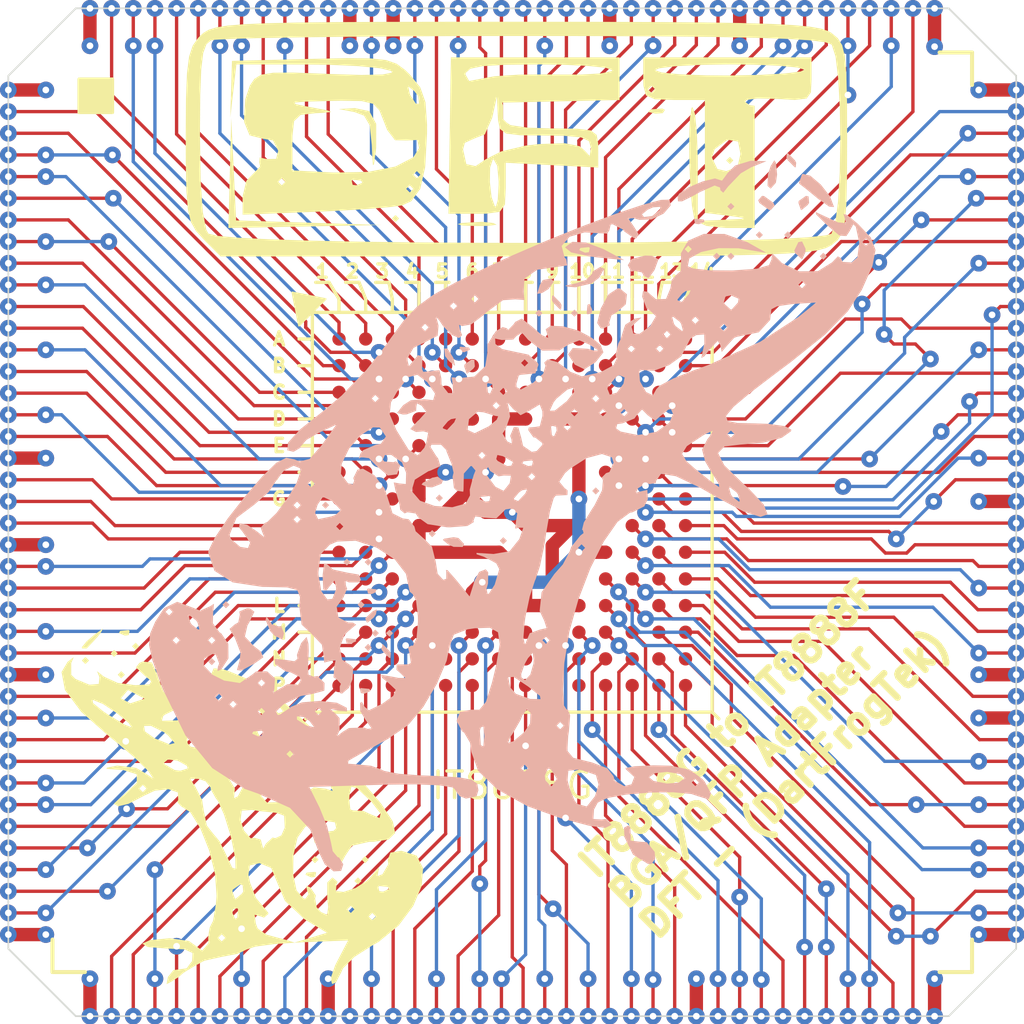
<source format=kicad_pcb>
(kicad_pcb (version 20241229) (generator "pcbnew") (generator_version "9.0")
  (layers (0 "F.Cu" signal) (4 "In1.Cu" signal) (6 "In2.Cu" signal) (2 "B.Cu" signal) (13 "F.Paste" user) (15 "B.Paste" user) (5 "F.SilkS" user "F.Silkscreen") (7 "B.SilkS" user "B.Silkscreen") (1 "F.Mask" user) (3 "B.Mask" user) (25 "Edge.Cuts" user))
  (net 0 "")
  (net 1 "Net-(U1-AD3)")
  (net 2 "Net-(U1-DRQ2)")
  (net 3 "Net-(U1-SD12)")
  (net 4 "Net-(U1-SA8)")
  (net 5 "Net-(U1-SA9)")
  (net 6 "Net-(U1-IRQ12)")
  (net 7 "Net-(U1-SD13)")
  (net 8 "Net-(U1-IREQ#)")
  (net 9 "Net-(U1-SA11)")
  (net 10 "Net-(U1-AD18)")
  (net 11 "Net-(U1-DACK2#)")
  (net 12 "Net-(U1-SA3)")
  (net 13 "Net-(U1-RSTDRV)")
  (net 14 "Net-(U1-DACK0#)")
  (net 15 "Net-(U1-SCLK)")
  (net 16 "Net-(U1-IRQ6)")
  (net 17 "Net-(U1-SA10)")
  (net 18 "Net-(U1-MEMW#)")
  (net 19 "Net-(U1-AD31)")
  (net 20 "Net-(U1-IOCS16#)")
  (net 21 "Net-(U1-IRQ11)")
  (net 22 "Net-(U1-SA4)")
  (net 23 "Net-(U1-AD16)")
  (net 24 "Net-(U1-AD5)")
  (net 25 "Net-(U1-SA18)")
  (net 26 "Net-(U1-AD12)")
  (net 27 "/GND")
  (net 28 "Net-(U1-C{slash}BE2#)")
  (net 29 "Net-(U1-DACK7#)")
  (net 30 "/VCC")
  (net 31 "Net-(U1-MEMR#)")
  (net 32 "Net-(U1-SMEMW#)")
  (net 33 "Net-(U1-SA6)")
  (net 34 "Net-(U1-IRQ5)")
  (net 35 "Net-(U1-SBHE#)")
  (net 36 "Net-(U1-MEMCS16#)")
  (net 37 "Net-(U1-SA0)")
  (net 38 "Net-(U1-NOGO{slash}CLKRUN#)")
  (net 39 "Net-(U1-SA1)")
  (net 40 "/VCC3")
  (net 41 "Net-(U1-AD27)")
  (net 42 "Net-(U1-SD0)")
  (net 43 "Net-(U1-AD20)")
  (net 44 "Net-(U1-AD2)")
  (net 45 "Net-(U1-FRAME#)")
  (net 46 "Net-(U1-SD15)")
  (net 47 "Net-(U1-SD8)")
  (net 48 "Net-(U1-IRQ15)")
  (net 49 "Net-(U1-TC)")
  (net 50 "Net-(U1-SD6)")
  (net 51 "Net-(U1-PCIRST#)")
  (net 52 "Net-(U1-SA15)")
  (net 53 "Net-(U1-AD4)")
  (net 54 "Net-(U1-BALE)")
  (net 55 "Net-(U1-SD7)")
  (net 56 "Net-(U1-SERIRQ)")
  (net 57 "Net-(U1-SD14)")
  (net 58 "Net-(U1-AD17)")
  (net 59 "Net-(U1-SERR#)")
  (net 60 "Net-(U1-AD19)")
  (net 61 "Net-(U1-IDSEL)")
  (net 62 "Net-(U1-C{slash}BE0#)")
  (net 63 "Net-(U1-SD3)")
  (net 64 "Net-(U1-DRQ0)")
  (net 65 "Net-(U1-DRQ6)")
  (net 66 "Net-(U1-AD30)")
  (net 67 "Net-(U1-AD11)")
  (net 68 "Net-(U1-DRQ5)")
  (net 69 "Net-(U1-AD21)")
  (net 70 "Net-(U1-SA17)")
  (net 71 "Net-(U1-C{slash}BE1#)")
  (net 72 "Net-(U1-AD10)")
  (net 73 "Net-(U1-SA2)")
  (net 74 "Net-(U1-IGNT#)")
  (net 75 "Net-(U1-AD26)")
  (net 76 "Net-(U1-DACK3#)")
  (net 77 "Net-(U1-DRQ3)")
  (net 78 "Net-(U1-SA19)")
  (net 79 "Net-(U1-IOR#)")
  (net 80 "Net-(U1-IRDY#)")
  (net 81 "Net-(U1-IRQ9)")
  (net 82 "Net-(U1-AD8)")
  (net 83 "Net-(U1-SA16)")
  (net 84 "Net-(U1-IRQ4)")
  (net 85 "Net-(U1-DEVSEL#)")
  (net 86 "Net-(U1-STOP#)")
  (net 87 "Net-(U1-AD23)")
  (net 88 "Net-(U1-PERR#)")
  (net 89 "Net-(U1-SA5)")
  (net 90 "Net-(U1-AD15)")
  (net 91 "Net-(U1-SD10)")
  (net 92 "Net-(U1-C{slash}BE3#)")
  (net 93 "Net-(U1-LOCK#)")
  (net 94 "Net-(U1-MASTER#)")
  (net 95 "Net-(U1-SD9)")
  (net 96 "Net-(U1-SA13)")
  (net 97 "Net-(U1-SA14)")
  (net 98 "Net-(U1-AD9)")
  (net 99 "Net-(U1-AD7)")
  (net 100 "Net-(U1-AD13)")
  (net 101 "Net-(U1-SMEMR#)")
  (net 102 "Net-(U1-AD14)")
  (net 103 "Net-(U1-LA21)")
  (net 104 "Net-(U1-IOCHRDY)")
  (net 105 "Net-(U1-AD0)")
  (net 106 "Net-(U1-IRQ3)")
  (net 107 "Net-(U1-DACK1#)")
  (net 108 "Net-(U1-IOW#)")
  (net 109 "Net-(U1-SA7)")
  (net 110 "Net-(U1-DRQ1)")
  (net 111 "Net-(U1-AD22)")
  (net 112 "Net-(U1-NOWS#)")
  (net 113 "Net-(U1-IOCHCK#)")
  (net 114 "Net-(U1-AEN)")
  (net 115 "Net-(U1-SD11)")
  (net 116 "Net-(U1-SD1)")
  (net 117 "Net-(U1-REFRESH#)")
  (net 118 "Net-(U1-AD6)")
  (net 119 "Net-(U1-AD25)")
  (net 120 "Net-(U1-LA22)")
  (net 121 "Net-(U1-IRQ14{slash}ROMCS#)")
  (net 122 "Net-(U1-LA23)")
  (net 123 "Net-(U1-AD29)")
  (net 124 "Net-(U1-AD28)")
  (net 125 "Net-(U1-DACK5#)")
  (net 126 "Net-(U1-PPDGNT#)")
  (net 127 "Net-(U1-AD1)")
  (net 128 "Net-(U1-SD5)")
  (net 129 "Net-(U1-BCLK)")
  (net 130 "Net-(U1-PAR)")
  (net 131 "Net-(U1-IRQ10)")
  (net 132 "Net-(U1-SA12)")
  (net 133 "Net-(U1-IRQ7)")
  (net 134 "Net-(U1-PPDREQ#)")
  (net 135 "Net-(U1-TRDY#)")
  (net 136 "Net-(U1-AD24)")
  (net 137 "Net-(U1-SD2)")
  (net 138 "Net-(U1-PCICLK)")
  (net 139 "Net-(U1-DRQ7)")
  (net 140 "Net-(U1-SD4)")
  (net 141 "Net-(U1-DACK6#)")
  (net 142 "Net-(U1-LA20)")
  (net 143 "Net-(U1-SDATA)")
  (footprint "DFT:IT8888G_QFP_Naming" (layer "F.Cu") (at 166.6 115.444365)
    (property "Reference" "U1" (hide yes))
    (property "Value" "~" (hide yes))
  )
  (footprint "ISA8888:DFT_Logo_Tiny" (layer "F.Cu") (at 166.725 104.244365)
    (property "Reference" "G***" (hide yes))
    (property "Value" "LOGO" (hide yes))
  )
  (footprint "DFT:DFT_PQFP-160_28x28mm_P0.65mm_Adapter" (layer "F.Cu") (at 166.6 115.444365)
    (property "Reference" "U2" (hide yes))
    (property "Value" "~" (hide yes))
  )
  (footprint "ISA8888:DF_SS_Tiny" (layer "F.Cu") (at 158.525 124.269365)
    (property "Reference" "G***" (hide yes))
    (property "Value" "LOGO" (hide yes))
  )
  (footprint "ISA8888:DFT_SS_Small" (layer "B.Cu") (at 166.651499 115.017936 180)
    (property "Reference" "G***" (hide yes))
    (property "Value" "LOGO" (hide yes))
  )
  (gr_line (start 153.5 130.569365) (end 179.7 130.569365) (stroke (width 0.05)) (layer "Edge.Cuts"))
  (gr_line (start 153.5 100.319365) (end 151.475 102.344365) (stroke (width 0.05)) (layer "Edge.Cuts"))
  (gr_line (start 181.725 102.344365) (end 179.7 100.319365) (stroke (width 0.05)) (layer "Edge.Cuts"))
  (gr_line (start 153.5 130.569365) (end 151.475 128.544365) (stroke (width 0.05)) (layer "Edge.Cuts"))
  (gr_line (start 153.5 100.319365) (end 179.7 100.319365) (stroke (width 0.05)) (layer "Edge.Cuts"))
  (gr_line (start 151.475 128.544365) (end 151.475 102.344365) (stroke (width 0.05)) (layer "Edge.Cuts"))
  (gr_line (start 181.725 102.344365) (end 181.725 128.544365) (stroke (width 0.05)) (layer "Edge.Cuts"))
  (gr_line (start 181.725 128.544365) (end 179.7 130.569365) (stroke (width 0.05)) (layer "Edge.Cuts"))
  (gr_text "IT8888G to IT8888F\nBGA/QFP Adapter\nDFT - (DartFrogTek)" (at 170.9 128.419365 45) (layer "F.SilkS") (effects (font (size 0.8 0.8) (thickness 0.2) (bold yes)) (justify left bottom)))
  (segment (start 162.2 117.444365) (end 161.8 117.844365) (width 0.1) (layer "F.Cu") (net 1))
  (segment (start 154.5625 120.969365) (end 151.526 120.969365) (width 0.1) (layer "F.Cu") (net 1))
  (segment (start 157.6875 117.844365) (end 154.5625 120.969365) (width 0.1) (layer "F.Cu") (net 1))
  (segment (start 161.8 117.844365) (end 157.6875 117.844365) (width 0.1) (layer "F.Cu") (net 1))
  (segment (start 163.8 120.644365) (end 163.8 124.244365) (width 0.1) (layer "F.Cu") (net 2))
  (segment (start 159.125 128.919365) (end 159.125 130.518365) (width 0.1) (layer "F.Cu") (net 2))
  (segment (start 163.8 124.244365) (end 159.125 128.919365) (width 0.1) (layer "F.Cu") (net 2))
  (segment (start 176.025 101.419365) (end 176.025 100.370365) (width 0.1) (layer "F.Cu") (net 3))
  (segment (start 170.2 110.244365) (end 170.2 107.244365) (width 0.1) (layer "F.Cu") (net 3))
  (segment (start 170.2 107.244365) (end 176.025 101.419365) (width 0.1) (layer "F.Cu") (net 3))
  (segment (start 171.4 117.044365) (end 172.85 117.044365) (width 0.1) (layer "F.Cu") (net 4))
  (segment (start 180.575 119.019365) (end 181.674 119.019365) (width 0.1) (layer "F.Cu") (net 4))
  (segment (start 171 116.644365) (end 171.4 117.044365) (width 0.1) (layer "F.Cu") (net 4))
  (segment (start 173.75 117.944365) (end 179.5 117.944365) (width 0.1) (layer "F.Cu") (net 4))
  (segment (start 179.5 117.944365) (end 180.575 119.019365) (width 0.1) (layer "F.Cu") (net 4))
  (segment (start 172.85 117.044365) (end 173.75 117.944365) (width 0.1) (layer "F.Cu") (net 4))
  (segment (start 179.75 117.544365) (end 180.575 118.369365) (width 0.1) (layer "F.Cu") (net 5))
  (segment (start 172.975 116.644365) (end 173.875 117.544365) (width 0.1) (layer "F.Cu") (net 5))
  (segment (start 180.575 118.369365) (end 181.674 118.369365) (width 0.1) (layer "F.Cu") (net 5))
  (segment (start 171.8 116.644365) (end 172.975 116.644365) (width 0.1) (layer "F.Cu") (net 5))
  (segment (start 173.875 117.544365) (end 179.75 117.544365) (width 0.1) (layer "F.Cu") (net 5))
  (segment (start 165 125.619365) (end 163.025 127.594365) (width 0.1) (layer "F.Cu") (net 6))
  (segment (start 163.025 127.594365) (end 163.025 130.518365) (width 0.1) (layer "F.Cu") (net 6))
  (segment (start 165.4 119.844365) (end 165 120.244365) (width 0.1) (layer "F.Cu") (net 6))
  (segment (start 165 120.244365) (end 165 125.619365) (width 0.1) (layer "F.Cu") (net 6))
  (segment (start 169.4 111.844365) (end 169.8 111.444365) (width 0.1) (layer "F.Cu") (net 7))
  (segment (start 175.375 101.444365) (end 175.375 100.370365) (width 0.1) (layer "F.Cu") (net 7))
  (via (at 169.8 111.444365) (size 0.5) (drill 0.2) (layers "F.Cu" "B.Cu") (net 7))
  (via (at 175.375 101.444365) (size 0.5) (drill 0.2) (layers "F.Cu" "B.Cu") (net 7))
  (segment (start 169.8 111.444365) (end 169.8 107.019365) (width 0.1) (layer "B.Cu") (net 7))
  (segment (start 169.8 107.019365) (end 175.375 101.444365) (width 0.1) (layer "B.Cu") (net 7))
  (segment (start 167 111.844365) (end 167.4 111.444365) (width 0.1) (layer "F.Cu") (net 8))
  (segment (start 167.575 101.444365) (end 167.575 100.370365) (width 0.1) (layer "F.Cu") (net 8))
  (via (at 167.575 101.444365) (size 0.5) (drill 0.2) (layers "F.Cu" "B.Cu") (net 8))
  (via (at 167.4 111.444365) (size 0.5) (drill 0.2) (layers "F.Cu" "B.Cu") (net 8))
  (segment (start 167.575 101.444365) (end 167.575 101.869365) (width 0.1) (layer "B.Cu") (net 8))
  (segment (start 167.575 101.869365) (end 167.4 102.044365) (width 0.1) (layer "B.Cu") (net 8))
  (segment (start 167.4 102.044365) (end 167.4 111.444365) (width 0.1) (layer "B.Cu") (net 8))
  (segment (start 173.6875 116.894365) (end 180.425 116.894365) (width 0.1) (layer "F.Cu") (net 9))
  (segment (start 173.0375 116.244365) (end 173.6875 116.894365) (width 0.1) (layer "F.Cu") (net 9))
  (segment (start 171 115.844365) (end 171.4 116.244365) (width 0.1) (layer "F.Cu") (net 9))
  (segment (start 180.6 117.069365) (end 181.674 117.069365) (width 0.1) (layer "F.Cu") (net 9))
  (segment (start 171.4 116.244365) (end 173.0375 116.244365) (width 0.1) (layer "F.Cu") (net 9))
  (segment (start 180.425 116.894365) (end 180.6 117.069365) (width 0.1) (layer "F.Cu") (net 9))
  (segment (start 155.875 101.444365) (end 155.875 100.370365) (width 0.1) (layer "F.Cu") (net 10))
  (segment (start 163 111.044365) (end 162.6 110.644365) (width 0.1) (layer "F.Cu") (net 10))
  (via (at 162.6 110.644365) (size 0.5) (drill 0.2) (layers "F.Cu" "B.Cu") (net 10))
  (via (at 155.875 101.444365) (size 0.5) (drill 0.2) (layers "F.Cu" "B.Cu") (net 10))
  (segment (start 162.6 110.644365) (end 161.85 110.644365) (width 0.1) (layer "B.Cu") (net 10))
  (segment (start 155.875 104.669365) (end 155.875 101.444365) (width 0.1) (layer "B.Cu") (net 10))
  (segment (start 161.85 110.644365) (end 155.875 104.669365) (width 0.1) (layer "B.Cu") (net 10))
  (segment (start 161.8 120.244365) (end 161.8 121.544365) (width 0.1) (layer "F.Cu") (net 11))
  (segment (start 154.575 130.493365) (end 154.55 130.518365) (width 0.1) (layer "F.Cu") (net 11))
  (segment (start 162.2 119.844365) (end 161.8 120.244365) (width 0.1) (layer "F.Cu") (net 11))
  (segment (start 161.8 121.544365) (end 154.575 128.769365) (width 0.1) (layer "F.Cu") (net 11))
  (segment (start 154.575 128.769365) (end 154.575 130.493365) (width 0.1) (layer "F.Cu") (net 11))
  (segment (start 175.925 119.319365) (end 180.175 123.569365) (width 0.1) (layer "F.Cu") (net 12))
  (segment (start 171.8 118.244365) (end 172.325 118.244365) (width 0.1) (layer "F.Cu") (net 12))
  (segment (start 173.4 119.319365) (end 175.925 119.319365) (width 0.1) (layer "F.Cu") (net 12))
  (segment (start 172.325 118.244365) (end 173.4 119.319365) (width 0.1) (layer "F.Cu") (net 12))
  (segment (start 180.175 123.569365) (end 181.674 123.569365) (width 0.1) (layer "F.Cu") (net 12))
  (segment (start 161.4 119.844365) (end 156.375 124.869365) (width 0.1) (layer "F.Cu") (net 13))
  (segment (start 156.375 124.869365) (end 151.526 124.869365) (width 0.1) (layer "F.Cu") (net 13))
  (segment (start 161.4 120.644365) (end 155.875 126.169365) (width 0.1) (layer "F.Cu") (net 14))
  (segment (start 155.875 129.444365) (end 155.875 130.518365) (width 0.1) (layer "F.Cu") (net 14))
  (via (at 155.875 126.169365) (size 0.5) (drill 0.2) (layers "F.Cu" "B.Cu") (net 14))
  (via (at 155.875 129.444365) (size 0.5) (drill 0.2) (layers "F.Cu" "B.Cu") (net 14))
  (segment (start 155.875 126.169365) (end 155.875 129.444365) (width 0.1) (layer "B.Cu") (net 14))
  (segment (start 163.8 117.444365) (end 163.4 117.844365) (width 0.1) (layer "F.Cu") (net 15))
  (segment (start 152.6 124.219365) (end 151.526 124.219365) (width 0.1) (layer "F.Cu") (net 15))
  (via (at 163.4 117.844365) (size 0.5) (drill 0.2) (layers "F.Cu" "B.Cu") (net 15))
  (via (at 152.6 124.219365) (size 0.5) (drill 0.2) (layers "F.Cu" "B.Cu") (net 15))
  (segment (start 163.4 117.844365) (end 163 118.244365) (width 0.1) (layer "B.Cu") (net 15))
  (segment (start 159.925 118.244365) (end 153.95 124.219365) (width 0.1) (layer "B.Cu") (net 15))
  (segment (start 153.95 124.219365) (end 152.6 124.219365) (width 0.1) (layer "B.Cu") (net 15))
  (segment (start 163 118.244365) (end 159.925 118.244365) (width 0.1) (layer "B.Cu") (net 15))
  (segment (start 166.275 129.444365) (end 166.275 130.518365) (width 0.1) (layer "F.Cu") (net 16))
  (segment (start 167 120.644365) (end 167 122.45468) (width 0.1) (layer "F.Cu") (net 16))
  (via (at 167 122.45468) (size 0.5) (drill 0.2) (layers "F.Cu" "B.Cu") (net 16))
  (via (at 166.275 129.444365) (size 0.5) (drill 0.2) (layers "F.Cu" "B.Cu") (net 16))
  (segment (start 167 122.45468) (end 167 128.719365) (width 0.1) (layer "B.Cu") (net 16))
  (segment (start 167 128.719365) (end 166.275 129.444365) (width 0.1) (layer "B.Cu") (net 16))
  (segment (start 181.623 117.719365) (end 181.674 117.668365) (width 0.1) (layer "F.Cu") (net 17))
  (segment (start 181.674 117.668365) (end 181.674 117.719365) (width 0.1) (layer "F.Cu") (net 17))
  (segment (start 170.2 115.844365) (end 170.6 116.244365) (width 0.1) (layer "F.Cu") (net 17))
  (segment (start 180.6 117.719365) (end 181.623 117.719365) (width 0.1) (layer "F.Cu") (net 17))
  (via (at 180.6 117.719365) (size 0.5) (drill 0.2) (layers "F.Cu" "B.Cu") (net 17))
  (via (at 170.6 116.244365) (size 0.5) (drill 0.2) (layers "F.Cu" "B.Cu") (net 17))
  (segment (start 172.8 116.244365) (end 170.6 116.244365) (width 0.1) (layer "B.Cu") (net 17))
  (segment (start 180.6 117.719365) (end 180.05 117.169365) (width 0.1) (layer "B.Cu") (net 17))
  (segment (start 180.05 117.169365) (end 173.725 117.169365) (width 0.1) (layer "B.Cu") (net 17))
  (segment (start 173.725 117.169365) (end 172.8 116.244365) (width 0.1) (layer "B.Cu") (net 17))
  (segment (start 172.6 120.644365) (end 171.8 119.844365) (width 0.1) (layer "F.Cu") (net 18))
  (segment (start 172.6 121.894365) (end 172.6 120.644365) (width 0.1) (layer "F.Cu") (net 18))
  (segment (start 178.175 127.469365) (end 172.6 121.894365) (width 0.1) (layer "F.Cu") (net 18))
  (segment (start 180.6 127.469365) (end 181.674 127.469365) (width 0.1) (layer "F.Cu") (net 18))
  (via (at 180.6 127.469365) (size 0.5) (drill 0.2) (layers "F.Cu" "B.Cu") (net 18))
  (via (at 178.175 127.469365) (size 0.5) (drill 0.2) (layers "F.Cu" "B.Cu") (net 18))
  (segment (start 178.175 127.469365) (end 180.6 127.469365) (width 0.1) (layer "B.Cu") (net 18))
  (segment (start 167 100.445365) (end 166.925 100.370365) (width 0.1) (layer "F.Cu") (net 19))
  (segment (start 167 110.244365) (end 167 100.445365) (width 0.1) (layer "F.Cu") (net 19))
  (segment (start 168.2 120.244365) (end 168.6 119.844365) (width 0.1) (layer "F.Cu") (net 20))
  (segment (start 170.175 129.444365) (end 170.175 130.518365) (width 0.1) (layer "F.Cu") (net 20))
  (segment (start 168.2 124.619365) (end 168.2 120.244365) (width 0.1) (layer "F.Cu") (net 20))
  (via (at 168.2 124.619365) (size 0.5) (drill 0.2) (layers "F.Cu" "B.Cu") (net 20))
  (via (at 170.175 129.444365) (size 0.5) (drill 0.2) (layers "F.Cu" "B.Cu") (net 20))
  (segment (start 170.175 126.594365) (end 170.175 129.444365) (width 0.1) (layer "B.Cu") (net 20))
  (segment (start 168.2 124.619365) (end 170.175 126.594365) (width 0.1) (layer "B.Cu") (net 20))
  (segment (start 165.4 120.644365) (end 165.4 126.219365) (width 0.1) (layer "F.Cu") (net 21))
  (segment (start 163.675 127.944365) (end 163.675 130.518365) (width 0.1) (layer "F.Cu") (net 21))
  (segment (start 165.4 126.219365) (end 163.675 127.944365) (width 0.1) (layer "F.Cu") (net 21))
  (segment (start 170.2 117.444365) (end 170.6 117.844365) (width 0.1) (layer "F.Cu") (net 22))
  (segment (start 180.6 122.919365) (end 181.674 122.919365) (width 0.1) (layer "F.Cu") (net 22))
  (via (at 180.6 122.919365) (size 0.5) (drill 0.2) (layers "F.Cu" "B.Cu") (net 22))
  (via (at 170.6 117.844365) (size 0.5) (drill 0.2) (layers "F.Cu" "B.Cu") (net 22))
  (segment (start 172.7 117.844365) (end 177.775 122.919365) (width 0.1) (layer "B.Cu") (net 22))
  (segment (start 170.6 117.844365) (end 172.7 117.844365) (width 0.1) (layer "B.Cu") (net 22))
  (segment (start 177.775 122.919365) (end 180.6 122.919365) (width 0.1) (layer "B.Cu") (net 22))
  (segment (start 154.575 102.919365) (end 154.575 100.370365) (width 0.1) (layer "F.Cu") (net 23))
  (segment (start 161.4 109.744365) (end 154.575 102.919365) (width 0.1) (layer "F.Cu") (net 23))
  (segment (start 161.4 110.244365) (end 161.4 109.744365) (width 0.1) (layer "F.Cu") (net 23))
  (segment (start 163 116.644365) (end 162.6 117.044365) (width 0.1) (layer "F.Cu") (net 24))
  (segment (start 152.6 119.019365) (end 151.526 119.019365) (width 0.1) (layer "F.Cu") (net 24))
  (via (at 162.6 117.044365) (size 0.5) (drill 0.2) (layers "F.Cu" "B.Cu") (net 24))
  (via (at 152.6 119.019365) (size 0.5) (drill 0.2) (layers "F.Cu" "B.Cu") (net 24))
  (segment (start 162.6 117.044365) (end 162.2 117.444365) (width 0.1) (layer "B.Cu") (net 24))
  (segment (start 155.35 119.019365) (end 152.6 119.019365) (width 0.1) (layer "B.Cu") (net 24))
  (segment (start 156.925 117.444365) (end 155.35 119.019365) (width 0.1) (layer "B.Cu") (net 24))
  (segment (start 162.2 117.444365) (end 156.925 117.444365) (width 0.1) (layer "B.Cu") (net 24))
  (segment (start 171.8 111.844365) (end 173.7 111.844365) (width 0.1) (layer "F.Cu") (net 25))
  (segment (start 173.7 111.844365) (end 177.6 107.944365) (width 0.1) (layer "F.Cu") (net 25))
  (segment (start 178.875 106.669365) (end 181.674 106.669365) (width 0.1) (layer "F.Cu") (net 25))
  (via (at 177.6 107.944365) (size 0.5) (drill 0.2) (layers "F.Cu" "B.Cu") (net 25))
  (via (at 178.875 106.669365) (size 0.5) (drill 0.2) (layers "F.Cu" "B.Cu") (net 25))
  (segment (start 178.875 106.669365) (end 177.6 107.944365) (width 0.1) (layer "B.Cu") (net 25))
  (segment (start 152.6 112.519365) (end 151.526 112.519365) (width 0.1) (layer "F.Cu") (net 26))
  (segment (start 163 115.044365) (end 162.6 115.444365) (width 0.1) (layer "F.Cu") (net 26))
  (via (at 152.6 112.519365) (size 0.5) (drill 0.2) (layers "F.Cu" "B.Cu") (net 26))
  (via (at 162.6 115.444365) (size 0.5) (drill 0.2) (layers "F.Cu" "B.Cu") (net 26))
  (segment (start 153.075 112.519365) (end 152.6 112.519365) (width 0.1) (layer "B.Cu") (net 26))
  (segment (start 160 114.844365) (end 155.4 114.844365) (width 0.1) (layer "B.Cu") (net 26))
  (segment (start 162.6 115.444365) (end 160.6 115.444365) (width 0.1) (layer "B.Cu") (net 26))
  (segment (start 155.4 114.844365) (end 153.075 112.519365) (width 0.1) (layer "B.Cu") (net 26))
  (segment (start 160.6 115.444365) (end 160 114.844365) (width 0.1) (layer "B.Cu") (net 26))
  (segment (start 165.2 114.844365) (end 165.2 113.744365) (width 0.4) (layer "F.Cu") (net 27))
  (segment (start 167.8 118.244365) (end 167 118.244365) (width 0.4) (layer "F.Cu") (net 27))
  (segment (start 164.2 115.844365) (end 165.2 114.844365) (width 0.4) (layer "F.Cu") (net 27))
  (segment (start 161.725 101.444365) (end 161.725 100.520365) (width 0.4) (layer "F.Cu") (net 27))
  (segment (start 163.8 115.844365) (end 164.2 115.844365) (width 0.4) (layer "F.Cu") (net 27))
  (segment (start 169.525 101.444365) (end 169.525 100.520365) (width 0.4) (layer "F.Cu") (net 27))
  (segment (start 163.8 115.844365) (end 163.8 116.644365) (width 0.4) (layer "F.Cu") (net 27))
  (segment (start 165.4 112.644365) (end 164.6 112.644365) (width 0.4) (layer "F.Cu") (net 27))
  (segment (start 167.8 116.444365) (end 167.8 118.244365) (width 0.4) (layer "F.Cu") (net 27))
  (segment (start 163.8 112.644365) (end 164.6 112.644365) (width 0.4) (layer "F.Cu") (net 27))
  (segment (start 152.6 120.319365) (end 151.676 120.319365) (width 0.4) (layer "F.Cu") (net 27))
  (segment (start 167 118.244365) (end 167 117.444365) (width 0.4) (layer "F.Cu") (net 27))
  (segment (start 179.275 129.444365) (end 179.275 130.368365) (width 0.4) (layer "F.Cu") (net 27))
  (segment (start 161.075 129.444365) (end 161.075 130.368365) (width 0.4) (layer "F.Cu") (net 27))
  (segment (start 166.2 116.644365) (end 163.8 116.644365) (width 0.4) (layer "F.Cu") (net 27))
  (segment (start 169.4 115.844365) (end 168.4 115.844365) (width 0.4) (layer "F.Cu") (net 27))
  (segment (start 168.4 115.844365) (end 167.8 116.444365) (width 0.4) (layer "F.Cu") (net 27))
  (segment (start 153.925 101.444365) (end 153.925 100.520365) (width 0.4) (layer "F.Cu") (net 27))
  (segment (start 167 117.444365) (end 166.2 116.644365) (width 0.4) (layer "F.Cu") (net 27))
  (segment (start 169.4 115.844365) (end 169.4 115.044365) (width 0.4) (layer "F.Cu") (net 27))
  (segment (start 180.6 102.769365) (end 181.524 102.769365) (width 0.4) (layer "F.Cu") (net 27))
  (segment (start 180.6 115.119365) (end 181.524 115.119365) (width 0.4) (layer "F.Cu") (net 27))
  (segment (start 167 115.844365) (end 166.6 115.444365) (width 0.4) (layer "F.Cu") (net 27))
  (segment (start 165.8 115.444365) (end 166.6 115.444365) (width 0.4) (layer "F.Cu") (net 27))
  (segment (start 152.6 113.819365) (end 151.676 113.819365) (width 0.4) (layer "F.Cu") (net 27))
  (segment (start 172.125 129.444365) (end 172.125 130.368365) (width 0.4) (layer "F.Cu") (net 27))
  (segment (start 166.191388 118.244365) (end 167 118.244365) (width 0.4) (layer "F.Cu") (net 27))
  (segment (start 165.2 114.844365) (end 165.8 115.444365) (width 0.4) (layer "F.Cu") (net 27))
  (segment (start 180.6 121.619365) (end 181.524 121.619365) (width 0.4) (layer "F.Cu") (net 27))
  (segment (start 152.6 128.119365) (end 151.676 128.119365) (width 0.4) (layer "F.Cu") (net 27))
  (segment (start 168.4 115.844365) (end 167 115.844365) (width 0.4) (layer "F.Cu") (net 27))
  (segment (start 165.2 113.744365) (end 164.6 113.144365) (width 0.4) (layer "F.Cu") (net 27))
  (segment (start 164.6 113.144365) (end 164.6 112.644365) (width 0.4) (layer "F.Cu") (net 27))
  (segment (start 168.6 118.244365) (end 167.8 118.244365) (width 0.4) (layer "F.Cu") (net 27))
  (via (at 180.6 102.769365) (size 0.5) (drill 0.2) (layers "F.Cu" "B.Cu") (net 27))
  (via (at 179.275 129.444365) (size 0.5) (drill 0.2) (layers "F.Cu" "B.Cu") (net 27))
  (via (at 153.925 101.444365) (size 0.5) (drill 0.2) (layers "F.Cu" "B.Cu") (net 27))
  (via (at 152.6 128.119365) (size 0.5) (drill 0.2) (layers "F.Cu" "B.Cu") (net 27))
  (via (at 180.6 121.619365) (size 0.5) (drill 0.2) (layers "F.Cu" "B.Cu") (net 27))
  (via (at 166.6 115.444365) (size 0.5) (drill 0.2) (layers "F.Cu" "B.Cu") (net 27))
  (via (at 161.725 101.444365) (size 0.5) (drill 0.2) (layers "F.Cu" "B.Cu") (net 27))
  (via (at 180.6 115.119365) (size 0.5) (drill 0.2) (layers "F.Cu" "B.Cu") (net 27))
  (via (at 172.125 129.444365) (size 0.5) (drill 0.2) (layers "F.Cu" "B.Cu") (net 27))
  (via (at 152.6 113.819365) (size 0.5) (drill 0.2) (layers "F.Cu" "B.Cu") (net 27))
  (via (at 152.6 120.319365) (size 0.5) (drill 0.2) (layers "F.Cu" "B.Cu") (net 27))
  (via (at 161.075 129.444365) (size 0.5) (drill 0.2) (layers "F.Cu" "B.Cu") (net 27))
  (via (at 169.525 101.444365) (size 0.5) (drill 0.2) (layers "F.Cu" "B.Cu") (net 27))
  (segment (start 161.8 110.644365) (end 161.15 110.644365) (width 0.1) (layer "F.Cu") (net 28))
  (segment (start 160.4 109.719365) (end 154.1 103.419365) (width 0.1) (layer "F.Cu") (net 28))
  (segment (start 162.2 111.044365) (end 161.8 110.644365) (width 0.1) (layer "F.Cu") (net 28))
  (segment (start 160.4 109.894365) (end 160.4 109.719365) (width 0.1) (layer "F.Cu") (net 28))
  (segment (start 154.1 103.419365) (end 151.526 103.419365) (width 0.1) (layer "F.Cu") (net 28))
  (segment (start 161.15 110.644365) (end 160.4 109.894365) (width 0.1) (layer "F.Cu") (net 28))
  (segment (start 161.8 119.444365) (end 162.2 119.044365) (width 0.1) (layer "F.Cu") (net 29))
  (segment (start 155.025 124.344365) (end 156.25 124.344365) (width 0.1) (layer "F.Cu") (net 29))
  (segment (start 161.15 119.444365) (end 161.8 119.444365) (width 0.1) (layer "F.Cu") (net 29))
  (segment (start 153.85 125.519365) (end 151.526 125.519365) (width 0.1) (layer "F.Cu") (net 29))
  (segment (start 156.25 124.344365) (end 161.15 119.444365) (width 0.1) (layer "F.Cu") (net 29))
  (via (at 153.85 125.519365) (size 0.5) (drill 0.2) (layers "F.Cu" "B.Cu") (net 29))
  (via (at 155.025 124.344365) (size 0.5) (drill 0.2) (layers "F.Cu" "B.Cu") (net 29))
  (segment (start 155.025 124.344365) (end 153.85 125.519365) (width 0.1) (layer "B.Cu") (net 29))
  (segment (start 179.275 101.469365) (end 179.275 100.520365) (width 0.4) (layer "F.Cu") (net 30))
  (segment (start 153.925 129.444365) (end 153.925 130.368365) (width 0.4) (layer "F.Cu") (net 30))
  (segment (start 180.6 128.119365) (end 181.524 128.119365) (width 0.4) (layer "F.Cu") (net 30))
  (segment (start 168.6 112.644365) (end 168.6 115.044365) (width 0.4) (layer "F.Cu") (net 30))
  (segment (start 165.7 117.544365) (end 165.4 117.844365) (width 0.4) (layer "F.Cu") (net 30))
  (segment (start 180.6 120.319365) (end 181.524 120.319365) (width 0.4) (layer "F.Cu") (net 30))
  (segment (start 165.4 117.844365) (end 165.4 118.244365) (width 0.4) (layer "F.Cu") (net 30))
  (segment (start 164.6 118.244365) (end 165.4 118.244365) (width 0.4) (layer "F.Cu") (net 30))
  (segment (start 167.8 112.644365) (end 168.6 112.644365) (width 0.4) (layer "F.Cu") (net 30))
  (segment (start 168.6 116.644365) (end 169.4 116.644365) (width 0.4) (layer "F.Cu") (net 30))
  (via (at 153.925 129.444365) (size 0.5) (drill 0.2) (layers "F.Cu" "B.Cu") (net 30))
  (via (at 168.6 115.044365) (size 0.5) (drill 0.2) (layers "F.Cu" "B.Cu") (net 30))
  (via (at 168.6 116.644365) (size 0.5) (drill 0.2) (layers "F.Cu" "B.Cu") (net 30))
  (via (at 180.6 120.319365) (size 0.5) (drill 0.2) (layers "F.Cu" "B.Cu") (net 30))
  (via (at 180.6 128.119365) (size 0.5) (drill 0.2) (layers "F.Cu" "B.Cu") (net 30))
  (via (at 179.275 101.469365) (size 0.5) (drill 0.2) (layers "F.Cu" "B.Cu") (net 30))
  (via (at 165.7 117.544365) (size 0.5) (drill 0.2) (layers "F.Cu" "B.Cu") (net 30))
  (segment (start 168.6 116.644365) (end 168.6 115.044365) (width 0.4) (layer "B.Cu") (net 30))
  (segment (start 167.7 117.544365) (end 168.6 116.644365) (width 0.4) (layer "B.Cu") (net 30))
  (segment (start 165.7 117.544365) (end 167.7 117.544365) (width 0.4) (layer "B.Cu") (net 30))
  (segment (start 179.15 128.169365) (end 180.5 126.819365) (width 0.1) (layer "F.Cu") (net 31))
  (segment (start 171.8 121.844365) (end 171.8 120.644365) (width 0.1) (layer "F.Cu") (net 31))
  (segment (start 178.125 128.169365) (end 171.8 121.844365) (width 0.1) (layer "F.Cu") (net 31))
  (segment (start 180.5 126.819365) (end 181.674 126.819365) (width 0.1) (layer "F.Cu") (net 31))
  (via (at 179.15 128.169365) (size 0.5) (drill 0.2) (layers "F.Cu" "B.Cu") (net 31))
  (via (at 178.125 128.169365) (size 0.5) (drill 0.2) (layers "F.Cu" "B.Cu") (net 31))
  (segment (start 179.15 128.169365) (end 178.125 128.169365) (width 0.1) (layer "B.Cu") (net 31))
  (segment (start 169.4 119.044365) (end 169.8 119.444365) (width 0.1) (layer "F.Cu") (net 32))
  (segment (start 176.675 129.444365) (end 176.675 130.518365) (width 0.1) (layer "F.Cu") (net 32))
  (via (at 176.675 129.444365) (size 0.5) (drill 0.2) (layers "F.Cu" "B.Cu") (net 32))
  (via (at 169.8 119.444365) (size 0.5) (drill 0.2) (layers "F.Cu" "B.Cu") (net 32))
  (segment (start 176.675 126.319365) (end 176.675 129.444365) (width 0.1) (layer "B.Cu") (net 32))
  (segment (start 169.8 119.444365) (end 176.675 126.319365) (width 0.1) (layer "B.Cu") (net 32))
  (segment (start 178.05 118.594365) (end 180.425 120.969365) (width 0.1) (layer "F.Cu") (net 33))
  (segment (start 172.75 117.444365) (end 173.9 118.594365) (width 0.1) (layer "F.Cu") (net 33))
  (segment (start 173.9 118.594365) (end 178.05 118.594365) (width 0.1) (layer "F.Cu") (net 33))
  (segment (start 171.8 117.444365) (end 172.75 117.444365) (width 0.1) (layer "F.Cu") (net 33))
  (segment (start 180.425 120.969365) (end 181.674 120.969365) (width 0.1) (layer "F.Cu") (net 33))
  (segment (start 166.6 120.244365) (end 166.6 128.794365) (width 0.1) (layer "F.Cu") (net 34))
  (segment (start 166.6 128.794365) (end 166.925 129.119365) (width 0.1) (layer "F.Cu") (net 34))
  (segment (start 166.925 129.119365) (end 166.925 130.518365) (width 0.1) (layer "F.Cu") (net 34))
  (segment (start 167 119.844365) (end 166.6 120.244365) (width 0.1) (layer "F.Cu") (net 34))
  (segment (start 180.6 126.169365) (end 181.674 126.169365) (width 0.1) (layer "F.Cu") (net 35))
  (segment (start 169.78891 117.833275) (end 169.4 117.444365) (width 0.1) (layer "F.Cu") (net 35))
  (via (at 169.78891 117.833275) (size 0.5) (drill 0.2) (layers "F.Cu" "B.Cu") (net 35))
  (via (at 180.6 126.169365) (size 0.5) (drill 0.2) (layers "F.Cu" "B.Cu") (net 35))
  (segment (start 170.2 118.244365) (end 170.2 118.819365) (width 0.1) (layer "B.Cu") (net 35))
  (segment (start 170.2 118.819365) (end 170.426 119.045365) (width 0.1) (layer "B.Cu") (net 35))
  (segment (start 169.78891 117.833275) (end 170.2 118.244365) (width 0.1) (layer "B.Cu") (net 35))
  (segment (start 178.9 126.169365) (end 180.6 126.169365) (width 0.1) (layer "B.Cu") (net 35))
  (segment (start 170.426 119.045365) (end 171.776 119.045365) (width 0.1) (layer "B.Cu") (net 35))
  (segment (start 171.776 119.045365) (end 178.9 126.169365) (width 0.1) (layer "B.Cu") (net 35))
  (segment (start 167.8 119.044365) (end 168.2 119.444365) (width 0.1) (layer "F.Cu") (net 36))
  (segment (start 170.825 129.469365) (end 170.825 130.518365) (width 0.1) (layer "F.Cu") (net 36))
  (via (at 168.2 119.444365) (size 0.5) (drill 0.2) (layers "F.Cu" "B.Cu") (net 36))
  (via (at 170.825 129.469365) (size 0.5) (drill 0.2) (layers "F.Cu" "B.Cu") (net 36))
  (segment (start 168.2 122.869365) (end 170.825 125.494365) (width 0.1) (layer "B.Cu") (net 36))
  (segment (start 168.2 119.444365) (end 168.2 122.869365) (width 0.1) (layer "B.Cu") (net 36))
  (segment (start 170.825 125.494365) (end 170.825 129.469365) (width 0.1) (layer "B.Cu") (net 36))
  (segment (start 170.2 118.244365) (end 170.6 118.644365) (width 0.1) (layer "F.Cu") (net 37))
  (segment (start 180.6 125.519365) (end 181.674 125.519365) (width 0.1) (layer "F.Cu") (net 37))
  (via (at 180.6 125.519365) (size 0.5) (drill 0.2) (layers "F.Cu" "B.Cu") (net 37))
  (via (at 170.6 118.644365) (size 0.5) (drill 0.2) (layers "F.Cu" "B.Cu") (net 37))
  (segment (start 178.925 125.519365) (end 180.6 125.519365) (width 0.1) (layer "B.Cu") (net 37))
  (segment (start 172.05 118.644365) (end 178.925 125.519365) (width 0.1) (layer "B.Cu") (net 37))
  (segment (start 170.6 118.644365) (end 172.05 118.644365) (width 0.1) (layer "B.Cu") (net 37))
  (segment (start 168.6 110.244365) (end 168.6 104.294365) (width 0.1) (layer "F.Cu") (net 38))
  (segment (start 168.6 104.294365) (end 171.475 101.419365) (width 0.1) (layer "F.Cu") (net 38))
  (segment (start 171.475 101.419365) (end 171.475 100.370365) (width 0.1) (layer "F.Cu") (net 38))
  (segment (start 175.05 119.744365) (end 180.175 124.869365) (width 0.1) (layer "F.Cu") (net 39))
  (segment (start 172.25 118.644365) (end 173.35 119.744365) (width 0.1) (layer "F.Cu") (net 39))
  (segment (start 180.175 124.869365) (end 181.674 124.869365) (width 0.1) (layer "F.Cu") (net 39))
  (segment (start 171.4 118.644365) (end 172.25 118.644365) (width 0.1) (layer "F.Cu") (net 39))
  (segment (start 171 118.244365) (end 171.4 118.644365) (width 0.1) (layer "F.Cu") (net 39))
  (segment (start 173.35 119.744365) (end 175.05 119.744365) (width 0.1) (layer "F.Cu") (net 39))
  (segment (start 173.425 101.444365) (end 173.425 100.520365) (width 0.4) (layer "F.Cu") (net 40))
  (segment (start 166.191388 112.644365) (end 167 112.644365) (width 0.4) (layer "F.Cu") (net 40))
  (segment (start 163.025 101.444365) (end 163.025 100.520365) (width 0.4) (layer "F.Cu") (net 40))
  (segment (start 164.6 114.244365) (end 163.8 114.244365) (width 0.4) (layer "F.Cu") (net 40))
  (segment (start 163.8 115.044365) (end 163.8 114.244365) (width 0.4) (layer "F.Cu") (net 40))
  (segment (start 152.6 102.769365) (end 151.676 102.769365) (width 0.4) (layer "F.Cu") (net 40))
  (segment (start 165.8 114.244365) (end 166.191388 113.852977) (width 0.4) (layer "F.Cu") (net 40))
  (segment (start 166.191388 113.852977) (end 166.191388 112.644365) (width 0.4) (layer "F.Cu") (net 40))
  (segment (start 152.6 116.419365) (end 151.676 116.419365) (width 0.4) (layer "F.Cu") (net 40))
  (via (at 152.6 102.769365) (size 0.5) (drill 0.2) (layers "F.Cu" "B.Cu") (net 40))
  (via (at 152.6 116.419365) (size 0.5) (drill 0.2) (layers "F.Cu" "B.Cu") (net 40))
  (via (at 173.425 101.444365) (size 0.5) (drill 0.2) (layers "F.Cu" "B.Cu") (net 40))
  (via (at 164.6 114.244365) (size 0.5) (drill 0.2) (layers "F.Cu" "B.Cu") (net 40))
  (via (at 163.025 101.444365) (size 0.5) (drill 0.2) (layers "F.Cu" "B.Cu") (net 40))
  (via (at 165.8 114.244365) (size 0.5) (drill 0.2) (layers "F.Cu" "B.Cu") (net 40))
  (segment (start 165.8 114.244365) (end 164.6 114.244365) (width 0.4) (layer "B.Cu") (net 40))
  (segment (start 165.4 106.219365) (end 164.325 105.144365) (width 0.1) (layer "F.Cu") (net 41))
  (segment (start 165.4 110.244365) (end 165.4 106.219365) (width 0.1) (layer "F.Cu") (net 41))
  (segment (start 164.325 105.144365) (end 164.325 100.370365) (width 0.1) (layer "F.Cu") (net 41))
  (segment (start 171.8 114.244365) (end 171.802 114.246365) (width 0.1) (layer "F.Cu") (net 42))
  (segment (start 171.802 114.246365) (end 179.398 114.246365) (width 0.1) (layer "F.Cu") (net 42))
  (segment (start 180.475 113.169365) (end 181.674 113.169365) (width 0.1) (layer "F.Cu") (net 42))
  (segment (start 179.398 114.246365) (end 180.475 113.169365) (width 0.1) (layer "F.Cu") (net 42))
  (segment (start 163 110.244365) (end 163 109.869365) (width 0.1) (layer "F.Cu") (net 43))
  (segment (start 157.175 104.044365) (end 157.175 100.370365) (width 0.1) (layer "F.Cu") (net 43))
  (segment (start 163 109.869365) (end 157.175 104.044365) (width 0.1) (layer "F.Cu") (net 43))
  (segment (start 152.6 121.619365) (end 151.526 121.619365) (width 0.1) (layer "F.Cu") (net 44))
  (segment (start 163 117.444365) (end 162.6 117.844365) (width 0.1) (layer "F.Cu") (net 44))
  (via (at 162.6 117.844365) (size 0.5) (drill 0.2) (layers "F.Cu" "B.Cu") (net 44))
  (via (at 152.6 121.619365) (size 0.5) (drill 0.2) (layers "F.Cu" "B.Cu") (net 44))
  (segment (start 154.4875 121.619365) (end 158.2625 117.844365) (width 0.1) (layer "B.Cu") (net 44))
  (segment (start 158.2625 117.844365) (end 162.6 117.844365) (width 0.1) (layer "B.Cu") (net 44))
  (segment (start 152.6 121.619365) (end 154.4875 121.619365) (width 0.1) (layer "B.Cu") (net 44))
  (segment (start 162.2 111.844365) (end 161.8 111.444365) (width 0.1) (layer "F.Cu") (net 45))
  (segment (start 153.275 104.069365) (end 151.526 104.069365) (width 0.1) (layer "F.Cu") (net 45))
  (segment (start 160.65 111.444365) (end 153.275 104.069365) (width 0.1) (layer "F.Cu") (net 45))
  (segment (start 161.8 111.444365) (end 160.65 111.444365) (width 0.1) (layer "F.Cu") (net 45))
  (segment (start 169.8 110.644365) (end 169.8 105.744365) (width 0.1) (layer "F.Cu") (net 46))
  (segment (start 169.8 105.744365) (end 174.075 101.469365) (width 0.1) (layer "F.Cu") (net 46))
  (segment (start 174.075 101.469365) (end 174.075 100.370365) (width 0.1) (layer "F.Cu") (net 46))
  (segment (start 169.4 111.044365) (end 169.8 110.644365) (width 0.1) (layer "F.Cu") (net 46))
  (segment (start 171.8 110.244365) (end 178.625 103.419365) (width 0.1) (layer "F.Cu") (net 47))
  (segment (start 178.625 103.419365) (end 178.625 100.370365) (width 0.1) (layer "F.Cu") (net 47))
  (segment (start 164.6 120.644365) (end 164.6 125.094365) (width 0.1) (layer "F.Cu") (net 48))
  (segment (start 161.725 127.969365) (end 161.725 130.518365) (width 0.1) (layer "F.Cu") (net 48))
  (segment (start 164.6 125.094365) (end 161.725 127.969365) (width 0.1) (layer "F.Cu") (net 48))
  (segment (start 167.4 126.919365) (end 167.4 120.244365) (width 0.1) (layer "F.Cu") (net 49))
  (segment (start 168.875 129.444365) (end 168.875 130.518365) (width 0.1) (layer "F.Cu") (net 49))
  (segment (start 167.825 127.344365) (end 167.4 126.919365) (width 0.1) (layer "F.Cu") (net 49))
  (segment (start 167.4 120.244365) (end 167.8 119.844365) (width 0.1) (layer "F.Cu") (net 49))
  (via (at 167.825 127.344365) (size 0.5) (drill 0.2) (layers "F.Cu" "B.Cu") (net 49))
  (via (at 168.875 129.444365) (size 0.5) (drill 0.2) (layers "F.Cu" "B.Cu") (net 49))
  (segment (start 167.825 127.344365) (end 168.875 128.394365) (width 0.1) (layer "B.Cu") (net 49))
  (segment (start 168.875 128.394365) (end 168.875 129.444365) (width 0.1) (layer "B.Cu") (net 49))
  (segment (start 181.251 109.269365) (end 181.623 109.269365) (width 0.1) (layer "F.Cu") (net 50))
  (segment (start 181.674 109.320365) (end 181.674 109.269365) (width 0.1) (layer "F.Cu") (net 50))
  (segment (start 181.623 109.269365) (end 181.674 109.320365) (width 0.1) (layer "F.Cu") (net 50))
  (segment (start 181.001 109.519365) (end 181.251 109.269365) (width 0.1) (layer "F.Cu") (net 50))
  (segment (start 169.4 114.244365) (end 169.8 114.644365) (width 0.1) (layer "F.Cu") (net 50))
  (via (at 181.001 109.519365) (size 0.5) (drill 0.2) (layers "F.Cu" "B.Cu") (net 50))
  (via (at 169.8 114.644365) (size 0.5) (drill 0.2) (layers "F.Cu" "B.Cu") (net 50))
  (segment (start 181.001 112.494722) (end 178.176357 115.319365) (width 0.1) (layer "B.Cu") (net 50))
  (segment (start 181.001 109.519365) (end 181.001 112.494722) (width 0.1) (layer "B.Cu") (net 50))
  (segment (start 178.176357 115.319365) (end 173.615744 115.319365) (width 0.1) (layer "B.Cu") (net 50))
  (segment (start 170.203 115.047365) (end 169.8 114.644365) (width 0.1) (layer "B.Cu") (net 50))
  (segment (start 173.615744 115.319365) (end 173.343744 115.047365) (width 0.1) (layer "B.Cu") (net 50))
  (segment (start 173.343744 115.047365) (end 170.203 115.047365) (width 0.1) (layer "B.Cu") (net 50))
  (segment (start 168.2 110.644365) (end 168.2 103.369365) (width 0.1) (layer "F.Cu") (net 51))
  (segment (start 167.8 111.044365) (end 168.2 110.644365) (width 0.1) (layer "F.Cu") (net 51))
  (segment (start 168.2 103.369365) (end 170.175 101.394365) (width 0.1) (layer "F.Cu") (net 51))
  (segment (start 170.175 101.394365) (end 170.175 100.370365) (width 0.1) (layer "F.Cu") (net 51))
  (segment (start 180.6 113.819365) (end 181.674 113.819365) (width 0.1) (layer "F.Cu") (net 52))
  (segment (start 170.2 115.047365) (end 170.6 115.447365) (width 0.1) (layer "F.Cu") (net 52))
  (segment (start 170.2 115.044365) (end 170.2 115.047365) (width 0.1) (layer "F.Cu") (net 52))
  (via (at 170.6 115.447365) (size 0.5) (drill 0.2) (layers "F.Cu" "B.Cu") (net 52))
  (via (at 180.6 113.819365) (size 0.5) (drill 0.2) (layers "F.Cu" "B.Cu") (net 52))
  (segment (start 170.603 115.444365) (end 173.2 115.444365) (width 0.1) (layer "B.Cu") (net 52))
  (segment (start 173.325 115.569365) (end 178.2329 115.569365) (width 0.1) (layer "B.Cu") (net 52))
  (segment (start 170.6 115.447365) (end 170.603 115.444365) (width 0.1) (layer "B.Cu") (net 52))
  (segment (start 178.2329 115.569365) (end 179.9829 113.819365) (width 0.1) (layer "B.Cu") (net 52))
  (segment (start 173.2 115.444365) (end 173.325 115.569365) (width 0.1) (layer "B.Cu") (net 52))
  (segment (start 179.9829 113.819365) (end 180.6 113.819365) (width 0.1) (layer "B.Cu") (net 52))
  (segment (start 155.275 119.669365) (end 151.526 119.669365) (width 0.1) (layer "F.Cu") (net 53))
  (segment (start 161.4 117.444365) (end 157.5 117.444365) (width 0.1) (layer "F.Cu") (net 53))
  (segment (start 157.5 117.444365) (end 155.275 119.669365) (width 0.1) (layer "F.Cu") (net 53))
  (segment (start 175.375 128.494365) (end 175.375 130.518365) (width 0.1) (layer "F.Cu") (net 54))
  (segment (start 171 120.644365) (end 171 121.969365) (width 0.1) (layer "F.Cu") (net 54))
  (via (at 171 121.969365) (size 0.5) (drill 0.2) (layers "F.Cu" "B.Cu") (net 54))
  (via (at 175.375 128.494365) (size 0.5) (drill 0.2) (layers "F.Cu" "B.Cu") (net 54))
  (segment (start 175.375 126.344365) (end 175.375 128.494365) (width 0.1) (layer "B.Cu") (net 54))
  (segment (start 171 121.969365) (end 175.375 126.344365) (width 0.1) (layer "B.Cu") (net 54))
  (segment (start 171 112.644365) (end 171.4 113.044365) (width 0.1) (layer "F.Cu") (net 55))
  (segment (start 177.1 109.194365) (end 177.675 108.619365) (width 0.1) (layer "F.Cu") (net 55))
  (segment (start 177.675 108.619365) (end 181.674 108.619365) (width 0.1) (layer "F.Cu") (net 55))
  (via (at 171.4 113.044365) (size 0.5) (drill 0.2) (layers "F.Cu" "B.Cu") (net 55))
  (via (at 177.1 109.194365) (size 0.5) (drill 0.2) (layers "F.Cu" "B.Cu") (net 55))
  (segment (start 177.1 110.044365) (end 174.1 113.044365) (width 0.1) (layer "B.Cu") (net 55))
  (segment (start 174.1 113.044365) (end 171.4 113.044365) (width 0.1) (layer "B.Cu") (net 55))
  (segment (start 177.1 109.194365) (end 177.1 110.044365) (width 0.1) (layer "B.Cu") (net 55))
  (segment (start 167.8 111.844365) (end 168.2 111.444365) (width 0.1) (layer "F.Cu") (net 56))
  (segment (start 170.825 101.444365) (end 170.825 101.169365) (width 0.1) (layer "F.Cu") (net 56))
  (segment (start 170.829657 100.370365) (end 170.825 100.370365) (width 0.1) (layer "F.Cu") (net 56))
  (segment (start 170.829657 101.164708) (end 170.829657 100.370365) (width 0.1) (layer "F.Cu") (net 56))
  (segment (start 170.825 101.169365) (end 170.829657 101.164708) (width 0.1) (layer "F.Cu") (net 56))
  (via (at 170.825 101.444365) (size 0.5) (drill 0.2) (layers "F.Cu" "B.Cu") (net 56))
  (via (at 168.2 111.444365) (size 0.5) (drill 0.2) (layers "F.Cu" "B.Cu") (net 56))
  (segment (start 168.2 104.069365) (end 168.2 111.444365) (width 0.1) (layer "B.Cu") (net 56))
  (segment (start 170.825 101.444365) (end 168.2 104.069365) (width 0.1) (layer "B.Cu") (net 56))
  (segment (start 168.6 111.844365) (end 169 111.444365) (width 0.1) (layer "F.Cu") (net 57))
  (segment (start 174.725 101.444365) (end 174.725 100.370365) (width 0.1) (layer "F.Cu") (net 57))
  (via (at 174.725 101.444365) (size 0.5) (drill 0.2) (layers "F.Cu" "B.Cu") (net 57))
  (via (at 169 111.444365) (size 0.5) (drill 0.2) (layers "F.Cu" "B.Cu") (net 57))
  (segment (start 169 107.169365) (end 174.725 101.444365) (width 0.1) (layer "B.Cu") (net 57))
  (segment (start 169 111.444365) (end 169 107.169365) (width 0.1) (layer "B.Cu") (net 57))
  (segment (start 155.225 101.444365) (end 155.225 100.370365) (width 0.1) (layer "F.Cu") (net 58))
  (segment (start 163 111.844365) (end 162.6 111.444365) (width 0.1) (layer "F.Cu") (net 58))
  (via (at 155.225 101.444365) (size 0.5) (drill 0.2) (layers "F.Cu" "B.Cu") (net 58))
  (via (at 162.6 111.444365) (size 0.5) (drill 0.2) (layers "F.Cu" "B.Cu") (net 58))
  (segment (start 155.225 104.919365) (end 161.75 111.444365) (width 0.1) (layer "B.Cu") (net 58))
  (segment (start 155.225 101.444365) (end 155.225 104.919365) (width 0.1) (layer "B.Cu") (net 58))
  (segment (start 161.75 111.444365) (end 162.6 111.444365) (width 0.1) (layer "B.Cu") (net 58))
  (segment (start 152.6 108.619365) (end 151.526 108.619365) (width 0.1) (layer "F.Cu") (net 59))
  (segment (start 163 113.444365) (end 162.6 113.844365) (width 0.1) (layer "F.Cu") (net 59))
  (via (at 162.6 113.844365) (size 0.5) (drill 0.2) (layers "F.Cu" "B.Cu") (net 59))
  (via (at 152.6 108.619365) (size 0.5) (drill 0.2) (layers "F.Cu" "B.Cu") (net 59))
  (segment (start 153.775 108.619365) (end 152.6 108.619365) (width 0.1) (layer "B.Cu") (net 59))
  (segment (start 162.6 113.844365) (end 159 113.844365) (width 0.1) (layer "B.Cu") (net 59))
  (segment (start 159 113.844365) (end 153.775 108.619365) (width 0.1) (layer "B.Cu") (net 59))
  (segment (start 156.525 104.094365) (end 156.525 100.370365) (width 0.1) (layer "F.Cu") (net 60))
  (segment (start 162.2 109.769365) (end 156.525 104.094365) (width 0.1) (layer "F.Cu") (net 60))
  (segment (start 162.2 110.244365) (end 162.2 109.769365) (width 0.1) (layer "F.Cu") (net 60))
  (segment (start 164.6 111.044365) (end 164.2 110.644365) (width 0.1) (layer "F.Cu") (net 61))
  (segment (start 159.775 101.444365) (end 159.775 100.370365) (width 0.1) (layer "F.Cu") (net 61))
  (via (at 159.775 101.444365) (size 0.5) (drill 0.2) (layers "F.Cu" "B.Cu") (net 61))
  (via (at 164.2 110.644365) (size 0.5) (drill 0.2) (layers "F.Cu" "B.Cu") (net 61))
  (segment (start 164.2 108.594365) (end 159.775 104.169365) (width 0.1) (layer "B.Cu") (net 61))
  (segment (start 164.2 110.644365) (end 164.2 108.594365) (width 0.1) (layer "B.Cu") (net 61))
  (segment (start 159.775 104.169365) (end 159.775 101.444365) (width 0.1) (layer "B.Cu") (net 61))
  (segment (start 163 115.844365) (end 162.6 116.244365) (width 0.1) (layer "F.Cu") (net 62))
  (segment (start 152.6 117.069365) (end 151.526 117.069365) (width 0.1) (layer "F.Cu") (net 62))
  (via (at 152.6 117.069365) (size 0.5) (drill 0.2) (layers "F.Cu" "B.Cu") (net 62))
  (via (at 162.6 116.244365) (size 0.5) (drill 0.2) (layers "F.Cu" "B.Cu") (net 62))
  (segment (start 162 116.844365) (end 155.725 116.844365) (width 0.1) (layer "B.Cu") (net 62))
  (segment (start 155.725 116.844365) (end 155.5 117.069365) (width 0.1) (layer "B.Cu") (net 62))
  (segment (start 155.5 117.069365) (end 152.6 117.069365) (width 0.1) (layer "B.Cu") (net 62))
  (segment (start 162.6 116.244365) (end 162 116.844365) (width 0.1) (layer "B.Cu") (net 62))
  (segment (start 176.449 111.270365) (end 181.674 111.270365) (width 0.1) (layer "F.Cu") (net 63))
  (segment (start 171.8 113.444365) (end 174.275 113.444365) (width 0.1) (layer "F.Cu") (net 63))
  (segment (start 174.275 113.444365) (end 176.449 111.270365) (width 0.1) (layer "F.Cu") (net 63))
  (segment (start 164.6 119.844365) (end 164.2 120.244365) (width 0.1) (layer "F.Cu") (net 64))
  (segment (start 160.425 128.194365) (end 160.425 130.518365) (width 0.1) (layer "F.Cu") (net 64))
  (segment (start 164.2 120.244365) (end 164.2 124.419365) (width 0.1) (layer "F.Cu") (net 64))
  (segment (start 164.2 124.419365) (end 160.425 128.194365) (width 0.1) (layer "F.Cu") (net 64))
  (segment (start 163 119.844365) (end 162.6 120.244365) (width 0.1) (layer "F.Cu") (net 65))
  (segment (start 162.6 123.108464) (end 157.175 128.533464) (width 0.1) (layer "F.Cu") (net 65))
  (segment (start 162.6 120.244365) (end 162.6 123.108464) (width 0.1) (layer "F.Cu") (net 65))
  (segment (start 157.175 128.533464) (end 157.175 130.518365) (width 0.1) (layer "F.Cu") (net 65))
  (segment (start 166.191388 107.827977) (end 166.275 107.744365) (width 0.1) (layer "F.Cu") (net 66))
  (segment (start 166.191388 110.244365) (end 166.191388 107.827977) (width 0.1) (layer "F.Cu") (net 66))
  (segment (start 166.275 107.744365) (end 166.275 100.370365) (width 0.1) (layer "F.Cu") (net 66))
  (segment (start 161.8 114.644365) (end 155.925 114.644365) (width 0.1) (layer "F.Cu") (net 67))
  (segment (start 154.45 113.169365) (end 151.526 113.169365) (width 0.1) (layer "F.Cu") (net 67))
  (segment (start 162.2 115.044365) (end 161.8 114.644365) (width 0.1) (layer "F.Cu") (net 67))
  (segment (start 155.925 114.644365) (end 154.45 113.169365) (width 0.1) (layer "F.Cu") (net 67))
  (segment (start 163.8 119.844365) (end 163.4 120.244365) (width 0.1) (layer "F.Cu") (net 68))
  (segment (start 163.4 123.794365) (end 157.825 129.369365) (width 0.1) (layer "F.Cu") (net 68))
  (segment (start 163.4 120.244365) (end 163.4 123.794365) (width 0.1) (layer "F.Cu") (net 68))
  (segment (start 157.825 129.369365) (end 157.825 130.518365) (width 0.1) (layer "F.Cu") (net 68))
  (segment (start 157.825 101.444365) (end 157.825 100.370365) (width 0.1) (layer "F.Cu") (net 69))
  (segment (start 163.8 111.844365) (end 163.4 111.444365) (width 0.1) (layer "F.Cu") (net 69))
  (via (at 157.825 101.444365) (size 0.5) (drill 0.2) (layers "F.Cu" "B.Cu") (net 69))
  (via (at 163.4 111.444365) (size 0.5) (drill 0.2) (layers "F.Cu" "B.Cu") (net 69))
  (segment (start 157.825 101.444365) (end 157.825 104.069365) (width 0.1) (layer "B.Cu") (net 69))
  (segment (start 163.4 109.644365) (end 163.4 111.444365) (width 0.1) (layer "B.Cu") (net 69))
  (segment (start 157.825 104.069365) (end 163.4 109.644365) (width 0.1) (layer "B.Cu") (net 69))
  (segment (start 176.475 107.319365) (end 181.674 107.319365) (width 0.1) (layer "F.Cu") (net 70))
  (segment (start 172.75 111.044365) (end 176.475 107.319365) (width 0.1) (layer "F.Cu") (net 70))
  (segment (start 171.8 111.044365) (end 172.75 111.044365) (width 0.1) (layer "F.Cu") (net 70))
  (segment (start 161.4 113.444365) (end 157.225 113.444365) (width 0.1) (layer "F.Cu") (net 71))
  (segment (start 157.225 113.444365) (end 153.7 109.919365) (width 0.1) (layer "F.Cu") (net 71))
  (segment (start 153.7 109.919365) (end 151.526 109.919365) (width 0.1) (layer "F.Cu") (net 71))
  (segment (start 161.4 115.044365) (end 154.575 115.044365) (width 0.1) (layer "F.Cu") (net 72))
  (segment (start 154.575 115.044365) (end 154 114.469365) (width 0.1) (layer "F.Cu") (net 72))
  (segment (start 154 114.469365) (end 151.526 114.469365) (width 0.1) (layer "F.Cu") (net 72))
  (segment (start 180.6 124.219365) (end 181.674 124.219365) (width 0.1) (layer "F.Cu") (net 73))
  (segment (start 172.175 119.044365) (end 171.8 119.044365) (width 0.1) (layer "F.Cu") (net 73))
  (segment (start 177.35 124.219365) (end 172.175 119.044365) (width 0.1) (layer "F.Cu") (net 73))
  (segment (start 178.725 124.219365) (end 177.35 124.219365) (width 0.1) (layer "F.Cu") (net 73))
  (via (at 178.725 124.219365) (size 0.5) (drill 0.2) (layers "F.Cu" "B.Cu") (net 73))
  (via (at 180.6 124.219365) (size 0.5) (drill 0.2) (layers "F.Cu" "B.Cu") (net 73))
  (segment (start 178.725 124.219365) (end 180.6 124.219365) (width 0.1) (layer "B.Cu") (net 73))
  (segment (start 167 111.044365) (end 167.4 110.644365) (width 0.1) (layer "F.Cu") (net 74))
  (segment (start 168.225 101.794365) (end 168.225 100.370365) (width 0.1) (layer "F.Cu") (net 74))
  (segment (start 167.4 102.619365) (end 168.225 101.794365) (width 0.1) (layer "F.Cu") (net 74))
  (segment (start 167.4 110.644365) (end 167.4 102.619365) (width 0.1) (layer "F.Cu") (net 74))
  (segment (start 163.675 101.444365) (end 163.675 100.370365) (width 0.1) (layer "F.Cu") (net 75))
  (segment (start 165.4 111.044365) (end 165 110.644365) (width 0.1) (layer "F.Cu") (net 75))
  (via (at 165 110.644365) (size 0.5) (drill 0.2) (layers "F.Cu" "B.Cu") (net 75))
  (via (at 163.675 101.444365) (size 0.5) (drill 0.2) (layers "F.Cu" "B.Cu") (net 75))
  (segment (start 165 106.519365) (end 163.675 105.194365) (width 0.1) (layer "B.Cu") (net 75))
  (segment (start 165 110.644365) (end 165 106.519365) (width 0.1) (layer "B.Cu") (net 75))
  (segment (start 163.675 105.194365) (end 163.675 101.444365) (width 0.1) (layer "B.Cu") (net 75))
  (segment (start 152.6 127.469365) (end 151.526 127.469365) (width 0.1) (layer "F.Cu") (net 76))
  (segment (start 163 119.044365) (end 162.6 119.444365) (width 0.1) (layer "F.Cu") (net 76))
  (via (at 152.6 127.469365) (size 0.5) (drill 0.2) (layers "F.Cu" "B.Cu") (net 76))
  (via (at 162.6 119.444365) (size 0.5) (drill 0.2) (layers "F.Cu" "B.Cu") (net 76))
  (segment (start 162.2 119.844365) (end 160.225 119.844365) (width 0.1) (layer "B.Cu") (net 76))
  (segment (start 160.225 119.844365) (end 152.6 127.469365) (width 0.1) (layer "B.Cu") (net 76))
  (segment (start 162.6 119.444365) (end 162.2 119.844365) (width 0.1) (layer "B.Cu") (net 76))
  (segment (start 163 123.419365) (end 163 120.644365) (width 0.1) (layer "F.Cu") (net 77))
  (segment (start 158.475 127.944365) (end 163 123.419365) (width 0.1) (layer "F.Cu") (net 77))
  (segment (start 158.475 129.444365) (end 158.475 130.518365) (width 0.1) (layer "F.Cu") (net 77))
  (via (at 158.475 127.944365) (size 0.5) (drill 0.2) (layers "F.Cu" "B.Cu") (net 77))
  (via (at 158.475 129.444365) (size 0.5) (drill 0.2) (layers "F.Cu" "B.Cu") (net 77))
  (segment (start 158.475 127.944365) (end 158.475 129.444365) (width 0.1) (layer "B.Cu") (net 77))
  (segment (start 178.7 110.394365) (end 178.05 110.394365) (width 0.1) (layer "F.Cu") (net 78))
  (segment (start 180.525 106.019365) (end 181.674 106.019365) (width 0.1) (layer "F.Cu") (net 78))
  (segment (start 169.4 113.444365) (end 169.8 113.844365) (width 0.1) (layer "F.Cu") (net 78))
  (segment (start 178.05 110.394365) (end 177.7625 110.106865) (width 0.1) (layer "F.Cu") (net 78))
  (segment (start 179.15 110.844365) (end 178.7 110.394365) (width 0.1) (layer "F.Cu") (net 78))
  (via (at 179.15 110.844365) (size 0.5) (drill 0.2) (layers "F.Cu" "B.Cu") (net 78))
  (via (at 180.525 106.019365) (size 0.5) (drill 0.2) (layers "F.Cu" "B.Cu") (net 78))
  (via (at 177.7625 110.106865) (size 0.5) (drill 0.2) (layers "F.Cu" "B.Cu") (net 78))
  (via (at 169.8 113.844365) (size 0.5) (drill 0.2) (layers "F.Cu" "B.Cu") (net 78))
  (segment (start 170.202 114.246365) (end 169.8 113.844365) (width 0.1) (layer "B.Cu") (net 78))
  (segment (start 179.15 110.844365) (end 175.748 114.246365) (width 0.1) (layer "B.Cu") (net 78))
  (segment (start 175.748 114.246365) (end 170.202 114.246365) (width 0.1) (layer "B.Cu") (net 78))
  (segment (start 177.7625 108.781865) (end 180.525 106.019365) (width 0.1) (layer "B.Cu") (net 78))
  (segment (start 177.7625 110.106865) (end 177.7625 108.781865) (width 0.1) (layer "B.Cu") (net 78))
  (segment (start 171 119.044365) (end 171.4 119.444365) (width 0.1) (layer "F.Cu") (net 79))
  (segment (start 172 119.444365) (end 173.175 120.619365) (width 0.1) (layer "F.Cu") (net 79))
  (segment (start 178.625 127.044365) (end 178.625 130.467365) (width 0.1) (layer "F.Cu") (net 79))
  (segment (start 173.175 120.619365) (end 173.175 121.594365) (width 0.1) (layer "F.Cu") (net 79))
  (segment (start 171.4 119.444365) (end 172 119.444365) (width 0.1) (layer "F.Cu") (net 79))
  (segment (start 173.175 121.594365) (end 178.625 127.044365) (width 0.1) (layer "F.Cu") (net 79))
  (segment (start 152.6 104.719365) (end 151.526 104.719365) (width 0.1) (layer "F.Cu") (net 80))
  (segment (start 154.6 104.719365) (end 160.925 111.044365) (width 0.1) (layer "F.Cu") (net 80))
  (segment (start 160.925 111.044365) (end 161.4 111.044365) (width 0.1) (layer "F.Cu") (net 80))
  (via (at 154.6 104.719365) (size 0.5) (drill 0.2) (layers "F.Cu" "B.Cu") (net 80))
  (via (at 152.6 104.719365) (size 0.5) (drill 0.2) (layers "F.Cu" "B.Cu") (net 80))
  (segment (start 154.6 104.719365) (end 152.6 104.719365) (width 0.1) (layer "B.Cu") (net 80))
  (segment (start 164.975 128.756865) (end 164.975 130.518365) (width 0.1) (layer "F.Cu") (net 81))
  (segment (start 166.191388 127.540477) (end 164.975 128.756865) (width 0.1) (layer "F.Cu") (net 81))
  (segment (start 166.191388 120.644365) (end 166.191388 127.540477) (width 0.1) (layer "F.Cu") (net 81))
  (segment (start 154.475 116.244365) (end 154 115.769365) (width 0.1) (layer "F.Cu") (net 82))
  (segment (start 154 115.769365) (end 151.526 115.769365) (width 0.1) (layer "F.Cu") (net 82))
  (segment (start 161.8 116.244365) (end 154.475 116.244365) (width 0.1) (layer "F.Cu") (net 82))
  (segment (start 162.2 115.844365) (end 161.8 116.244365) (width 0.1) (layer "F.Cu") (net 82))
  (segment (start 181.674 108.020365) (end 181.674 107.969365) (width 0.1) (layer "F.Cu") (net 83))
  (segment (start 170.2 113.444365) (end 170.2 113.445365) (width 0.1) (layer "F.Cu") (net 83))
  (segment (start 180.6 107.969365) (end 181.623 107.969365) (width 0.1) (layer "F.Cu") (net 83))
  (segment (start 181.623 107.969365) (end 181.674 108.020365) (width 0.1) (layer "F.Cu") (net 83))
  (segment (start 170.2 113.445365) (end 170.6 113.845365) (width 0.1) (layer "F.Cu") (net 83))
  (via (at 170.6 113.845365) (size 0.5) (drill 0.2) (layers "F.Cu" "B.Cu") (net 83))
  (via (at 180.6 107.969365) (size 0.5) (drill 0.2) (layers "F.Cu" "B.Cu") (net 83))
  (segment (start 178.375 110.669365) (end 175.199 113.845365) (width 0.1) (layer "B.Cu") (net 83))
  (segment (start 180.6 107.969365) (end 178.375 110.194365) (width 0.1) (layer "B.Cu") (net 83))
  (segment (start 175.199 113.845365) (end 170.6 113.845365) (width 0.1) (layer "B.Cu") (net 83))
  (segment (start 178.375 110.194365) (end 178.375 110.669365) (width 0.1) (layer "B.Cu") (net 83))
  (segment (start 167 119.044365) (end 167.4 119.444365) (width 0.1) (layer "F.Cu") (net 84))
  (segment (start 167.575 129.444365) (end 167.575 130.518365) (width 0.1) (layer "F.Cu") (net 84))
  (via (at 167.575 129.444365) (size 0.5) (drill 0.2) (layers "F.Cu" "B.Cu") (net 84))
  (via (at 167.4 119.444365) (size 0.5) (drill 0.2) (layers "F.Cu" "B.Cu") (net 84))
  (segment (start 167.4 119.444365) (end 167.4 127.669365) (width 0.1) (layer "B.Cu") (net 84))
  (segment (start 167.575 127.844365) (end 167.575 129.444365) (width 0.1) (layer "B.Cu") (net 84))
  (segment (start 167.4 127.669365) (end 167.575 127.844365) (width 0.1) (layer "B.Cu") (net 84))
  (segment (start 154.625 106.019365) (end 151.526 106.019365) (width 0.1) (layer "F.Cu") (net 85))
  (segment (start 163 112.644365) (end 162.999 112.644365) (width 0.1) (layer "F.Cu") (net 85))
  (segment (start 162.999 112.644365) (end 162.6 113.043365) (width 0.1) (layer "F.Cu") (net 85))
  (via (at 162.6 113.043365) (size 0.5) (drill 0.2) (layers "F.Cu" "B.Cu") (net 85))
  (via (at 154.625 106.019365) (size 0.5) (drill 0.2) (layers "F.Cu" "B.Cu") (net 85))
  (segment (start 161.649 113.043365) (end 162.6 113.043365) (width 0.1) (layer "B.Cu") (net 85))
  (segment (start 154.625 106.019365) (end 161.649 113.043365) (width 0.1) (layer "B.Cu") (net 85))
  (segment (start 162.2 112.644365) (end 161.8 112.244365) (width 0.1) (layer "F.Cu") (net 86))
  (segment (start 153.275 106.669365) (end 151.526 106.669365) (width 0.1) (layer "F.Cu") (net 86))
  (segment (start 158.85 112.244365) (end 153.275 106.669365) (width 0.1) (layer "F.Cu") (net 86))
  (segment (start 161.8 112.244365) (end 158.85 112.244365) (width 0.1) (layer "F.Cu") (net 86))
  (segment (start 163.4 110.644365) (end 163.4 109.069365) (width 0.1) (layer "F.Cu") (net 87))
  (segment (start 163.4 109.069365) (end 159.125 104.794365) (width 0.1) (layer "F.Cu") (net 87))
  (segment (start 159.125 104.794365) (end 159.125 100.370365) (width 0.1) (layer "F.Cu") (net 87))
  (segment (start 163.8 111.044365) (end 163.4 110.644365) (width 0.1) (layer "F.Cu") (net 87))
  (segment (start 158.375 112.644365) (end 153.7 107.969365) (width 0.1) (layer "F.Cu") (net 88))
  (segment (start 153.7 107.969365) (end 151.526 107.969365) (width 0.1) (layer "F.Cu") (net 88))
  (segment (start 161.4 112.644365) (end 158.375 112.644365) (width 0.1) (layer "F.Cu") (net 88))
  (segment (start 171 117.444365) (end 171.4 117.844365) (width 0.1) (layer "F.Cu") (net 89))
  (segment (start 172.4 117.844365) (end 173.5 118.944365) (width 0.1) (layer "F.Cu") (net 89))
  (segment (start 171.4 117.844365) (end 172.4 117.844365) (width 0.1) (layer "F.Cu") (net 89))
  (segment (start 173.5 118.944365) (end 177.3 118.944365) (width 0.1) (layer "F.Cu") (net 89))
  (segment (start 180.625 122.269365) (end 181.674 122.269365) (width 0.1) (layer "F.Cu") (net 89))
  (segment (start 177.3 118.944365) (end 180.625 122.269365) (width 0.1) (layer "F.Cu") (net 89))
  (segment (start 163 114.244365) (end 162.6 114.644365) (width 0.1) (layer "F.Cu") (net 90))
  (segment (start 152.6 110.569365) (end 151.526 110.569365) (width 0.1) (layer "F.Cu") (net 90))
  (via (at 152.6 110.569365) (size 0.5) (drill 0.2) (layers "F.Cu" "B.Cu") (net 90))
  (via (at 162.6 114.644365) (size 0.5) (drill 0.2) (layers "F.Cu" "B.Cu") (net 90))
  (segment (start 157.85 114.644365) (end 153.775 110.569365) (width 0.1) (layer "B.Cu") (net 90))
  (segment (start 153.775 110.569365) (end 152.6 110.569365) (width 0.1) (layer "B.Cu") (net 90))
  (segment (start 162.6 114.644365) (end 157.85 114.644365) (width 0.1) (layer "B.Cu") (net 90))
  (segment (start 170.6 108.169365) (end 177.325 101.444365) (width 0.1) (layer "F.Cu") (net 91))
  (segment (start 177.325 101.444365) (end 177.325 100.370365) (width 0.1) (layer "F.Cu") (net 91))
  (segment (start 170.2 111.044365) (end 170.6 110.644365) (width 0.1) (layer "F.Cu") (net 91))
  (segment (start 170.6 110.644365) (end 170.6 108.169365) (width 0.1) (layer "F.Cu") (net 91))
  (segment (start 160.425 104.169365) (end 160.425 100.370365) (width 0.1) (layer "F.Cu") (net 92))
  (segment (start 163.8 110.244365) (end 163.8 107.544365) (width 0.1) (layer "F.Cu") (net 92))
  (segment (start 163.8 107.544365) (end 160.425 104.169365) (width 0.1) (layer "F.Cu") (net 92))
  (segment (start 152.6 107.319365) (end 151.526 107.319365) (width 0.1) (layer "F.Cu") (net 93))
  (segment (start 154.490686 107.319365) (end 159.015686 111.844365) (width 0.1) (layer "F.Cu") (net 93))
  (segment (start 159.015686 111.844365) (end 161.4 111.844365) (width 0.1) (layer "F.Cu") (net 93))
  (via (at 152.6 107.319365) (size 0.5) (drill 0.2) (layers "F.Cu" "B.Cu") (net 93))
  (via (at 154.490686 107.319365) (size 0.5) (drill 0.2) (layers "F.Cu" "B.Cu") (net 93))
  (segment (start 154.490686 107.319365) (end 152.6 107.319365) (width 0.1) (layer "B.Cu") (net 93))
  (segment (start 174.075 129.469365) (end 174.075 130.518365) (width 0.1) (layer "F.Cu") (net 94))
  (segment (start 169 121.969365) (end 169 120.244365) (width 0.1) (layer "F.Cu") (net 94))
  (segment (start 169 120.244365) (end 169.4 119.844365) (width 0.1) (layer "F.Cu") (net 94))
  (via (at 174.075 129.469365) (size 0.5) (drill 0.2) (layers "F.Cu" "B.Cu") (net 94))
  (via (at 169 121.969365) (size 0.5) (drill 0.2) (layers "F.Cu" "B.Cu") (net 94))
  (segment (start 174.075 127.044365) (end 174.075 129.469365) (width 0.1) (layer "B.Cu") (net 94))
  (segment (start 169 121.969365) (end 174.075 127.044365) (width 0.1) (layer "B.Cu") (net 94))
  (segment (start 177.975 101.444365) (end 177.975 100.370365) (width 0.1) (layer "F.Cu") (net 95))
  (segment (start 170.2 111.844365) (end 170.6 111.444365) (width 0.1) (layer "F.Cu") (net 95))
  (via (at 177.975 101.444365) (size 0.5) (drill 0.2) (layers "F.Cu" "B.Cu") (net 95))
  (via (at 170.6 111.444365) (size 0.5) (drill 0.2) (layers "F.Cu" "B.Cu") (net 95))
  (segment (start 177.975 102.669365) (end 177.975 101.444365) (width 0.1) (layer "B.Cu") (net 95))
  (segment (start 170.6 111.444365) (end 170.6 110.044365) (width 0.1) (layer "B.Cu") (net 95))
  (segment (start 170.6 110.044365) (end 177.975 102.669365) (width 0.1) (layer "B.Cu") (net 95))
  (segment (start 171.8 115.044365) (end 173.125 115.044365) (width 0.1) (layer "F.Cu") (net 96))
  (segment (start 173.125 115.044365) (end 173.85 115.769365) (width 0.1) (layer "F.Cu") (net 96))
  (segment (start 173.85 115.769365) (end 181.674 115.769365) (width 0.1) (layer "F.Cu") (net 96))
  (segment (start 173.475 116.019365) (end 172.9 115.444365) (width 0.1) (layer "F.Cu") (net 97))
  (segment (start 179.25 115.119365) (end 179.9 114.469365) (width 0.1) (layer "F.Cu") (net 97))
  (segment (start 172.9 115.444365) (end 171.4 115.444365) (width 0.1) (layer "F.Cu") (net 97))
  (segment (start 178.125 116.244365) (end 177.9 116.019365) (width 0.1) (layer "F.Cu") (net 97))
  (segment (start 181.674 114.520365) (end 181.674 114.469365) (width 0.1) (layer "F.Cu") (net 97))
  (segment (start 179.9 114.469365) (end 181.623 114.469365) (width 0.1) (layer "F.Cu") (net 97))
  (segment (start 171.4 115.444365) (end 171 115.044365) (width 0.1) (layer "F.Cu") (net 97))
  (segment (start 181.623 114.469365) (end 181.674 114.520365) (width 0.1) (layer "F.Cu") (net 97))
  (segment (start 177.9 116.019365) (end 173.475 116.019365) (width 0.1) (layer "F.Cu") (net 97))
  (via (at 179.25 115.119365) (size 0.5) (drill 0.2) (layers "F.Cu" "B.Cu") (net 97))
  (via (at 178.125 116.244365) (size 0.5) (drill 0.2) (layers "F.Cu" "B.Cu") (net 97))
  (segment (start 179.25 115.119365) (end 178.125 116.244365) (width 0.1) (layer "B.Cu") (net 97))
  (segment (start 154.675 115.844365) (end 153.95 115.119365) (width 0.1) (layer "F.Cu") (net 98))
  (segment (start 161.4 115.844365) (end 154.675 115.844365) (width 0.1) (layer "F.Cu") (net 98))
  (segment (start 153.95 115.119365) (end 151.526 115.119365) (width 0.1) (layer "F.Cu") (net 98))
  (segment (start 161.4 116.644365) (end 156.625 116.644365) (width 0.1) (layer "F.Cu") (net 99))
  (segment (start 155.55 117.719365) (end 151.526 117.719365) (width 0.1) (layer "F.Cu") (net 99))
  (segment (start 156.625 116.644365) (end 155.55 117.719365) (width 0.1) (layer "F.Cu") (net 99))
  (segment (start 161.4 114.244365) (end 156.2 114.244365) (width 0.1) (layer "F.Cu") (net 100))
  (segment (start 156.2 114.244365) (end 153.825 111.869365) (width 0.1) (layer "F.Cu") (net 100))
  (segment (start 153.825 111.869365) (end 151.526 111.869365) (width 0.1) (layer "F.Cu") (net 100))
  (segment (start 177.325 129.444365) (end 177.325 130.518365) (width 0.1) (layer "F.Cu") (net 101))
  (segment (start 169.8 118.644365) (end 169.4 118.244365) (width 0.1) (layer "F.Cu") (net 101))
  (via (at 177.325 129.444365) (size 0.5) (drill 0.2) (layers "F.Cu" "B.Cu") (net 101))
  (via (at 169.8 118.644365) (size 0.5) (drill 0.2) (layers "F.Cu" "B.Cu") (net 101))
  (segment (start 170.540744 119.444365) (end 171.4125 119.444365) (width 0.1) (layer "B.Cu") (net 101))
  (segment (start 169.8 118.644365) (end 169.8 118.703621) (width 0.1) (layer "B.Cu") (net 101))
  (segment (start 177.325 125.356865) (end 177.325 129.444365) (width 0.1) (layer "B.Cu") (net 101))
  (segment (start 171.4125 119.444365) (end 177.325 125.356865) (width 0.1) (layer "B.Cu") (net 101))
  (segment (start 169.8 118.703621) (end 170.540744 119.444365) (width 0.1) (layer "B.Cu") (net 101))
  (segment (start 153.825 111.219365) (end 151.526 111.219365) (width 0.1) (layer "F.Cu") (net 102))
  (segment (start 161.8 113.844365) (end 156.45 113.844365) (width 0.1) (layer "F.Cu") (net 102))
  (segment (start 162.2 114.244365) (end 161.8 113.844365) (width 0.1) (layer "F.Cu") (net 102))
  (segment (start 156.45 113.844365) (end 153.825 111.219365) (width 0.1) (layer "F.Cu") (net 102))
  (segment (start 178.55 104.719365) (end 181.674 104.719365) (width 0.1) (layer "F.Cu") (net 103))
  (segment (start 171.4 110.644365) (end 172.625 110.644365) (width 0.1) (layer "F.Cu") (net 103))
  (segment (start 171 111.044365) (end 171.4 110.644365) (width 0.1) (layer "F.Cu") (net 103))
  (segment (start 172.625 110.644365) (end 178.55 104.719365) (width 0.1) (layer "F.Cu") (net 103))
  (segment (start 173.425 125.794365) (end 170.2 122.569365) (width 0.1) (layer "F.Cu") (net 104))
  (segment (start 173.425 129.444365) (end 173.425 130.518365) (width 0.1) (layer "F.Cu") (net 104))
  (segment (start 170.2 122.569365) (end 170.2 120.644365) (width 0.1) (layer "F.Cu") (net 104))
  (segment (start 173.425 126.994365) (end 173.425 125.794365) (width 0.1) (layer "F.Cu") (net 104))
  (via (at 173.425 129.444365) (size 0.5) (drill 0.2) (layers "F.Cu" "B.Cu") (net 104))
  (via (at 173.425 126.994365) (size 0.5) (drill 0.2) (layers "F.Cu" "B.Cu") (net 104))
  (segment (start 173.425 126.994365) (end 173.425 129.444365) (width 0.1) (layer "B.Cu") (net 104))
  (segment (start 156.325 122.919365) (end 151.526 122.919365) (width 0.1) (layer "F.Cu") (net 105))
  (segment (start 161.4 119.044365) (end 160.2 119.044365) (width 0.1) (layer "F.Cu") (net 105))
  (segment (start 160.2 119.044365) (end 156.325 122.919365) (width 0.1) (layer "F.Cu") (net 105))
  (segment (start 167.8 120.644365) (end 167.8 125.594365) (width 0.1) (layer "F.Cu") (net 106))
  (segment (start 167.8 125.594365) (end 168.225 126.019365) (width 0.1) (layer "F.Cu") (net 106))
  (segment (start 168.225 126.019365) (end 168.225 130.518365) (width 0.1) (layer "F.Cu") (net 106))
  (segment (start 155.225 128.719365) (end 155.225 130.518365) (width 0.1) (layer "F.Cu") (net 107))
  (segment (start 162.2 121.744365) (end 155.225 128.719365) (width 0.1) (layer "F.Cu") (net 107))
  (segment (start 162.2 120.644365) (end 162.2 121.744365) (width 0.1) (layer "F.Cu") (net 107))
  (segment (start 170.2 119.044365) (end 170.6 119.444365) (width 0.1) (layer "F.Cu") (net 108))
  (segment (start 170.6 122.144365) (end 178.026 129.570365) (width 0.1) (layer "F.Cu") (net 108))
  (segment (start 170.6 119.444365) (end 170.6 122.144365) (width 0.1) (layer "F.Cu") (net 108))
  (segment (start 178.026 129.570365) (end 178.026 130.518365) (width 0.1) (layer "F.Cu") (net 108))
  (segment (start 180.6 119.669365) (end 181.674 119.669365) (width 0.1) (layer "F.Cu") (net 109))
  (segment (start 170.2 116.644365) (end 170.6 117.044365) (width 0.1) (layer "F.Cu") (net 109))
  (via (at 180.6 119.669365) (size 0.5) (drill 0.2) (layers "F.Cu" "B.Cu") (net 109))
  (via (at 170.6 117.044365) (size 0.5) (drill 0.2) (layers "F.Cu" "B.Cu") (net 109))
  (segment (start 173.1 117.044365) (end 174.35 118.294365) (width 0.1) (layer "B.Cu") (net 109))
  (segment (start 170.6 117.044365) (end 173.1 117.044365) (width 0.1) (layer "B.Cu") (net 109))
  (segment (start 174.35 118.294365) (end 179.225 118.294365) (width 0.1) (layer "B.Cu") (net 109))
  (segment (start 179.225 118.294365) (end 180.6 119.669365) (width 0.1) (layer "B.Cu") (net 109))
  (segment (start 164.6 119.044365) (end 164.2 119.444365) (width 0.1) (layer "F.Cu") (net 110))
  (via (at 164.2 119.444365) (size 0.5) (drill 0.2) (layers "F.Cu" "B.Cu") (net 110))
  (segment (start 164.2 119.444365) (end 164.2 124.969365) (width 0.1) (layer "B.Cu") (net 110))
  (segment (start 159.775 129.394365) (end 159.775 130.518365) (width 0.1) (layer "B.Cu") (net 110))
  (segment (start 164.2 124.969365) (end 159.775 129.394365) (width 0.1) (layer "B.Cu") (net 110))
  (segment (start 158.475 101.444365) (end 158.475 100.370365) (width 0.1) (layer "F.Cu") (net 111))
  (segment (start 164.6 111.844365) (end 164.2 111.444365) (width 0.1) (layer "F.Cu") (net 111))
  (via (at 158.475 101.444365) (size 0.5) (drill 0.2) (layers "F.Cu" "B.Cu") (net 111))
  (via (at 164.2 111.444365) (size 0.5) (drill 0.2) (layers "F.Cu" "B.Cu") (net 111))
  (segment (start 164.2 111.444365) (end 163.8 111.044365) (width 0.1) (layer "B.Cu") (net 111))
  (segment (start 158.475 103.531865) (end 158.475 101.444365) (width 0.1) (layer "B.Cu") (net 111))
  (segment (start 163.8 111.044365) (end 163.8 108.856865) (width 0.1) (layer "B.Cu") (net 111))
  (segment (start 163.8 108.856865) (end 158.475 103.531865) (width 0.1) (layer "B.Cu") (net 111))
  (segment (start 171.4 120.244365) (end 171.4 122.119365) (width 0.1) (layer "F.Cu") (net 112))
  (segment (start 171.4 122.119365) (end 176.025 126.744365) (width 0.1) (layer "F.Cu") (net 112))
  (segment (start 171 119.844365) (end 171.4 120.244365) (width 0.1) (layer "F.Cu") (net 112))
  (segment (start 176.025 128.494365) (end 176.025 130.518365) (width 0.1) (layer "F.Cu") (net 112))
  (via (at 176.025 128.494365) (size 0.5) (drill 0.2) (layers "F.Cu" "B.Cu") (net 112))
  (via (at 176.025 126.744365) (size 0.5) (drill 0.2) (layers "F.Cu" "B.Cu") (net 112))
  (segment (start 176.025 126.744365) (end 176.025 128.494365) (width 0.1) (layer "B.Cu") (net 112))
  (segment (start 171.475 126.619365) (end 171.475 130.518365) (width 0.1) (layer "F.Cu") (net 113))
  (segment (start 169.4 120.644365) (end 169.4 124.544365) (width 0.1) (layer "F.Cu") (net 113))
  (segment (start 169.4 124.544365) (end 171.475 126.619365) (width 0.1) (layer "F.Cu") (net 113))
  (segment (start 174.725 128.894365) (end 174.725 130.518365) (width 0.1) (layer "F.Cu") (net 114))
  (segment (start 169.8 123.969365) (end 174.725 128.894365) (width 0.1) (layer "F.Cu") (net 114))
  (segment (start 169.8 120.244365) (end 169.8 123.969365) (width 0.1) (layer "F.Cu") (net 114))
  (segment (start 170.2 119.844365) (end 169.8 120.244365) (width 0.1) (layer "F.Cu") (net 114))
  (segment (start 176.675 102.919365) (end 171 108.594365) (width 0.1) (layer "F.Cu") (net 115))
  (segment (start 176.624 100.370365) (end 176.675 100.370365) (width 0.1) (layer "F.Cu") (net 115))
  (segment (start 171 108.594365) (end 171 110.244365) (width 0.1) (layer "F.Cu") (net 115))
  (segment (start 176.675 101.444365) (end 176.675 100.421365) (width 0.1) (layer "F.Cu") (net 115))
  (via (at 176.675 101.444365) (size 0.5) (drill 0.2) (layers "F.Cu" "B.Cu") (net 115))
  (via (at 176.675 102.919365) (size 0.5) (drill 0.2) (layers "F.Cu" "B.Cu") (net 115))
  (segment (start 176.675 101.444365) (end 176.675 102.919365) (width 0.1) (layer "B.Cu") (net 115))
  (segment (start 171.4 114.644365) (end 176.5 114.644365) (width 0.1) (layer "F.Cu") (net 116))
  (segment (start 171 114.244365) (end 171.4 114.644365) (width 0.1) (layer "F.Cu") (net 116))
  (segment (start 179.975 112.519365) (end 181.674 112.519365) (width 0.1) (layer "F.Cu") (net 116))
  (segment (start 176.5 114.644365) (end 176.525 114.669365) (width 0.1) (layer "F.Cu") (net 116))
  (segment (start 179.475 113.019365) (end 179.975 112.519365) (width 0.1) (layer "F.Cu") (net 116))
  (via (at 179.475 113.019365) (size 0.5) (drill 0.2) (layers "F.Cu" "B.Cu") (net 116))
  (via (at 176.525 114.669365) (size 0.5) (drill 0.2) (layers "F.Cu" "B.Cu") (net 116))
  (segment (start 177.825 114.669365) (end 176.525 114.669365) (width 0.1) (layer "B.Cu") (net 116))
  (segment (start 179.475 113.019365) (end 177.825 114.669365) (width 0.1) (layer "B.Cu") (net 116))
  (segment (start 169.474 125.293365) (end 169.474 130.518365) (width 0.1) (layer "F.Cu") (net 117))
  (segment (start 168.6 120.644365) (end 168.6 124.419365) (width 0.1) (layer "F.Cu") (net 117))
  (segment (start 168.6 124.419365) (end 169.474 125.293365) (width 0.1) (layer "F.Cu") (net 117))
  (segment (start 161.8 117.044365) (end 156.775 117.044365) (width 0.1) (layer "F.Cu") (net 118))
  (segment (start 162.2 116.644365) (end 161.8 117.044365) (width 0.1) (layer "F.Cu") (net 118))
  (segment (start 155.45 118.369365) (end 151.526 118.369365) (width 0.1) (layer "F.Cu") (net 118))
  (segment (start 156.775 117.044365) (end 155.45 118.369365) (width 0.1) (layer "F.Cu") (net 118))
  (segment (start 165.4 111.844365) (end 165 111.444365) (width 0.1) (layer "F.Cu") (net 119))
  (segment (start 162.375 101.444365) (end 162.375 100.370365) (width 0.1) (layer "F.Cu") (net 119))
  (via (at 162.375 101.444365) (size 0.5) (drill 0.2) (layers "F.Cu" "B.Cu") (net 119))
  (via (at 165 111.444365) (size 0.5) (drill 0.2) (layers "F.Cu" "B.Cu") (net 119))
  (segment (start 164.599 111.043365) (end 164.599 110.812465) (width 0.1) (layer "B.Cu") (net 119))
  (segment (start 162.375 104.669365) (end 162.375 101.444365) (width 0.1) (layer "B.Cu") (net 119))
  (segment (start 164.6 106.894365) (end 162.375 104.669365) (width 0.1) (layer "B.Cu") (net 119))
  (segment (start 164.6 110.811465) (end 164.6 106.894365) (width 0.1) (layer "B.Cu") (net 119))
  (segment (start 165 111.444365) (end 164.599 111.043365) (width 0.1) (layer "B.Cu") (net 119))
  (segment (start 164.599 110.812465) (end 164.6 110.811465) (width 0.1) (layer "B.Cu") (net 119))
  (segment (start 180.275 104.069365) (end 181.674 104.069365) (width 0.1) (layer "F.Cu") (net 120))
  (segment (start 171 111.844365) (end 171.4 112.244365) (width 0.1) (layer "F.Cu") (net 120))
  (via (at 171.4 112.244365) (size 0.5) (drill 0.2) (layers "F.Cu" "B.Cu") (net 120))
  (via (at 180.275 104.069365) (size 0.5) (drill 0.2) (layers "F.Cu" "B.Cu") (net 120))
  (segment (start 172.2 111.444365) (end 171.4 112.244365) (width 0.1) (layer "B.Cu") (net 120))
  (segment (start 172.9 111.444365) (end 172.2 111.444365) (width 0.1) (layer "B.Cu") (net 120))
  (segment (start 180.275 104.069365) (end 172.9 111.444365) (width 0.1) (layer "B.Cu") (net 120))
  (segment (start 165.4 119.044365) (end 165 119.444365) (width 0.1) (layer "F.Cu") (net 121))
  (segment (start 162.375 129.444365) (end 162.375 130.518365) (width 0.1) (layer "F.Cu") (net 121))
  (via (at 165 119.444365) (size 0.5) (drill 0.2) (layers "F.Cu" "B.Cu") (net 121))
  (via (at 162.375 129.444365) (size 0.5) (drill 0.2) (layers "F.Cu" "B.Cu") (net 121))
  (segment (start 165 119.444365) (end 165 125.144365) (width 0.1) (layer "B.Cu") (net 121))
  (segment (start 165 125.144365) (end 162.375 127.769365) (width 0.1) (layer "B.Cu") (net 121))
  (segment (start 162.375 127.769365) (end 162.375 129.444365) (width 0.1) (layer "B.Cu") (net 121))
  (segment (start 169.4 112.644365) (end 169.8 112.244365) (width 0.1) (layer "F.Cu") (net 122))
  (via (at 169.8 112.244365) (size 0.5) (drill 0.2) (layers "F.Cu" "B.Cu") (net 122))
  (segment (start 169.8 112.244365) (end 170.6 112.244365) (width 0.1) (layer "B.Cu") (net 122))
  (segment (start 170.6 112.244365) (end 179.425 103.419365) (width 0.1) (layer "B.Cu") (net 122))
  (segment (start 179.425 103.419365) (end 181.674 103.419365) (width 0.1) (layer "B.Cu") (net 122))
  (segment (start 166.191388 111.044365) (end 165.8 110.652977) (width 0.1) (layer "F.Cu") (net 123))
  (segment (start 165.8 101.669365) (end 165.625 101.494365) (width 0.1) (layer "F.Cu") (net 123))
  (segment (start 165.8 110.652977) (end 165.8 101.669365) (width 0.1) (layer "F.Cu") (net 123))
  (segment (start 165.625 101.494365) (end 165.625 100.370365) (width 0.1) (layer "F.Cu") (net 123))
  (segment (start 164.975 101.444365) (end 164.975 100.370365) (width 0.1) (layer "F.Cu") (net 124))
  (segment (start 166.191388 111.844365) (end 166.191388 111.835753) (width 0.1) (layer "F.Cu") (net 124))
  (segment (start 166.191388 111.835753) (end 165.8 111.444365) (width 0.1) (layer "F.Cu") (net 124))
  (via (at 165.8 111.444365) (size 0.5) (drill 0.2) (layers "F.Cu" "B.Cu") (net 124))
  (via (at 164.975 101.444365) (size 0.5) (drill 0.2) (layers "F.Cu" "B.Cu") (net 124))
  (segment (start 164.975 105.019365) (end 164.975 101.444365) (width 0.1) (layer "B.Cu") (net 124))
  (segment (start 165.8 111.444365) (end 165.8 105.844365) (width 0.1) (layer "B.Cu") (net 124))
  (segment (start 165.8 105.844365) (end 164.975 105.019365) (width 0.1) (layer "B.Cu") (net 124))
  (segment (start 154.45 126.819365) (end 151.526 126.819365) (width 0.1) (layer "F.Cu") (net 125))
  (segment (start 163.8 118.244365) (end 163.4 118.644365) (width 0.1) (layer "F.Cu") (net 125))
  (via (at 154.45 126.819365) (size 0.5) (drill 0.2) (layers "F.Cu" "B.Cu") (net 125))
  (via (at 163.4 118.644365) (size 0.5) (drill 0.2) (layers "F.Cu" "B.Cu") (net 125))
  (segment (start 162.825 120.244365) (end 163.001 120.068365) (width 0.1) (layer "B.Cu") (net 125))
  (segment (start 163 119.044365) (end 163 120.067365) (width 0.1) (layer "B.Cu") (net 125))
  (segment (start 161.025 120.244365) (end 162.825 120.244365) (width 0.1) (layer "B.Cu") (net 125))
  (segment (start 163 120.067365) (end 163.001 120.068365) (width 0.1) (layer "B.Cu") (net 125))
  (segment (start 154.45 126.819365) (end 161.025 120.244365) (width 0.1) (layer "B.Cu") (net 125))
  (segment (start 163.4 118.644365) (end 163 119.044365) (width 0.1) (layer "B.Cu") (net 125))
  (segment (start 169.4 110.244365) (end 169.4 104.794365) (width 0.1) (layer "F.Cu") (net 126))
  (segment (start 172.775 101.419365) (end 172.775 100.370365) (width 0.1) (layer "F.Cu") (net 126))
  (segment (start 169.4 104.794365) (end 172.775 101.419365) (width 0.1) (layer "F.Cu") (net 126))
  (segment (start 158.375 118.244365) (end 154.35 122.269365) (width 0.1) (layer "F.Cu") (net 127))
  (segment (start 161.4 118.244365) (end 158.375 118.244365) (width 0.1) (layer "F.Cu") (net 127))
  (segment (start 154.35 122.269365) (end 151.526 122.269365) (width 0.1) (layer "F.Cu") (net 127))
  (segment (start 171.8 112.644365) (end 173.6 112.644365) (width 0.1) (layer "F.Cu") (net 128))
  (segment (start 173.6 112.644365) (end 176.6 109.644365) (width 0.1) (layer "F.Cu") (net 128))
  (segment (start 178.55 109.919365) (end 181.674 109.919365) (width 0.1) (layer "F.Cu") (net 128))
  (segment (start 178.275 109.644365) (end 178.55 109.919365) (width 0.1) (layer "F.Cu") (net 128))
  (segment (start 176.6 109.644365) (end 178.275 109.644365) (width 0.1) (layer "F.Cu") (net 128))
  (segment (start 172.775 129.444365) (end 172.775 130.518365) (width 0.1) (layer "F.Cu") (net 129))
  (segment (start 168.6 119.044365) (end 169 119.444365) (width 0.1) (layer "F.Cu") (net 129))
  (via (at 172.775 129.444365) (size 0.5) (drill 0.2) (layers "F.Cu" "B.Cu") (net 129))
  (via (at 169 119.444365) (size 0.5) (drill 0.2) (layers "F.Cu" "B.Cu") (net 129))
  (segment (start 168.599 122.318365) (end 172.775 126.494365) (width 0.1) (layer "B.Cu") (net 129))
  (segment (start 169 119.444365) (end 168.599 119.845365) (width 0.1) (layer "B.Cu") (net 129))
  (segment (start 168.599 119.845365) (end 168.599 122.318365) (width 0.1) (layer "B.Cu") (net 129))
  (segment (start 172.775 126.494365) (end 172.775 129.444365) (width 0.1) (layer "B.Cu") (net 129))
  (segment (start 157.5 113.044365) (end 153.725 109.269365) (width 0.1) (layer "F.Cu") (net 130))
  (segment (start 161.8 113.044365) (end 157.5 113.044365) (width 0.1) (layer "F.Cu") (net 130))
  (segment (start 162.2 113.444365) (end 161.8 113.044365) (width 0.1) (layer "F.Cu") (net 130))
  (segment (start 153.725 109.269365) (end 151.526 109.269365) (width 0.1) (layer "F.Cu") (net 130))
  (segment (start 166.191388 119.044365) (end 166.191388 119.052977) (width 0.1) (layer "F.Cu") (net 131))
  (segment (start 164.325 129.444365) (end 164.325 130.518365) (width 0.1) (layer "F.Cu") (net 131))
  (segment (start 166.191388 119.052977) (end 165.8 119.444365) (width 0.1) (layer "F.Cu") (net 131))
  (via (at 165.8 119.444365) (size 0.5) (drill 0.2) (layers "F.Cu" "B.Cu") (net 131))
  (via (at 164.325 129.444365) (size 0.5) (drill 0.2) (layers "F.Cu" "B.Cu") (net 131))
  (segment (start 164.325 126.769365) (end 165.8 125.294365) (width 0.1) (layer "B.Cu") (net 131))
  (segment (start 164.325 129.444365) (end 164.325 126.769365) (width 0.1) (layer "B.Cu") (net 131))
  (segment (start 165.8 125.294365) (end 165.8 119.444365) (width 0.1) (layer "B.Cu") (net 131))
  (segment (start 178.6875 116.419365) (end 181.674 116.419365) (width 0.1) (layer "F.Cu") (net 132))
  (segment (start 177.375 116.244365) (end 177.8 116.669365) (width 0.1) (layer "F.Cu") (net 132))
  (segment (start 178.4375 116.669365) (end 178.6875 116.419365) (width 0.1) (layer "F.Cu") (net 132))
  (segment (start 173.35 116.244365) (end 177.375 116.244365) (width 0.1) (layer "F.Cu") (net 132))
  (segment (start 172.95 115.844365) (end 173.35 116.244365) (width 0.1) (layer "F.Cu") (net 132))
  (segment (start 177.8 116.669365) (end 178.4375 116.669365) (width 0.1) (layer "F.Cu") (net 132))
  (segment (start 171.8 115.844365) (end 172.95 115.844365) (width 0.1) (layer "F.Cu") (net 132))
  (segment (start 166.191388 119.844365) (end 165.8 120.235753) (width 0.1) (layer "F.Cu") (net 133))
  (segment (start 165.625 126.069365) (end 165.625 126.594365) (width 0.1) (layer "F.Cu") (net 133))
  (segment (start 165.625 129.444365) (end 165.625 130.518365) (width 0.1) (layer "F.Cu") (net 133))
  (segment (start 165.8 125.894365) (end 165.625 126.069365) (width 0.1) (layer "F.Cu") (net 133))
  (segment (start 165.8 120.235753) (end 165.8 125.894365) (width 0.1) (layer "F.Cu") (net 133))
  (via (at 165.625 126.594365) (size 0.5) (drill 0.2) (layers "F.Cu" "B.Cu") (net 133))
  (via (at 165.625 129.444365) (size 0.5) (drill 0.2) (layers "F.Cu" "B.Cu") (net 133))
  (segment (start 165.625 126.594365) (end 165.625 129.444365) (width 0.1) (layer "B.Cu") (net 133))
  (segment (start 168.6 111.044365) (end 169 110.644365) (width 0.1) (layer "F.Cu") (net 134))
  (segment (start 172.125 101.419365) (end 172.125 100.370365) (width 0.1) (layer "F.Cu") (net 134))
  (segment (start 169 104.544365) (end 172.125 101.419365) (width 0.1) (layer "F.Cu") (net 134))
  (segment (start 169 110.644365) (end 169 104.544365) (width 0.1) (layer "F.Cu") (net 134))
  (segment (start 163.8 113.444365) (end 163.4 113.844365) (width 0.1) (layer "F.Cu") (net 135))
  (segment (start 152.6 105.369365) (end 151.526 105.369365) (width 0.1) (layer "F.Cu") (net 135))
  (via (at 152.6 105.369365) (size 0.5) (drill 0.2) (layers "F.Cu" "B.Cu") (net 135))
  (via (at 163.4 113.844365) (size 0.5) (drill 0.2) (layers "F.Cu" "B.Cu") (net 135))
  (segment (start 162.7671 113.443365) (end 162.7661 113.444365) (width 0.1) (layer "B.Cu") (net 135))
  (segment (start 163.4 113.844365) (end 162.999 113.443365) (width 0.1) (layer "B.Cu") (net 135))
  (segment (start 162.7661 113.444365) (end 162.4339 113.444365) (width 0.1) (layer "B.Cu") (net 135))
  (segment (start 162.999 113.443365) (end 162.7671 113.443365) (width 0.1) (layer "B.Cu") (net 135))
  (segment (start 153.2 105.369365) (end 152.6 105.369365) (width 0.1) (layer "B.Cu") (net 135))
  (segment (start 162.4339 113.444365) (end 162.4329 113.443365) (width 0.1) (layer "B.Cu") (net 135))
  (segment (start 161.274 113.443365) (end 153.2 105.369365) (width 0.1) (layer "B.Cu") (net 135))
  (segment (start 162.4329 113.443365) (end 161.274 113.443365) (width 0.1) (layer "B.Cu") (net 135))
  (segment (start 164.6 107.619365) (end 161.075 104.094365) (width 0.1) (layer "F.Cu") (net 136))
  (segment (start 161.075 104.094365) (end 161.075 100.370365) (width 0.1) (layer "F.Cu") (net 136))
  (segment (start 164.6 110.244365) (end 164.6 107.619365) (width 0.1) (layer "F.Cu") (net 136))
  (segment (start 180.575 111.869365) (end 181.674 111.869365) (width 0.1) (layer "F.Cu") (net 137))
  (segment (start 170.2 114.244365) (end 170.2 114.248447) (width 0.1) (layer "F.Cu") (net 137))
  (segment (start 170.2 114.248447) (end 170.597918 114.646365) (width 0.1) (layer "F.Cu") (net 137))
  (segment (start 180.325 112.119365) (end 180.575 111.869365) (width 0.1) (layer "F.Cu") (net 137))
  (via (at 170.597918 114.646365) (size 0.5) (drill 0.2) (layers "F.Cu" "B.Cu") (net 137))
  (via (at 180.325 112.119365) (size 0.5) (drill 0.2) (layers "F.Cu" "B.Cu") (net 137))
  (segment (start 180.325 112.769365) (end 178.024 115.070365) (width 0.1) (layer "B.Cu") (net 137))
  (segment (start 180.325 112.119365) (end 180.325 112.769365) (width 0.1) (layer "B.Cu") (net 137))
  (segment (start 173.5 114.644365) (end 170.599918 114.644365) (width 0.1) (layer "B.Cu") (net 137))
  (segment (start 178.024 115.070365) (end 173.926 115.070365) (width 0.1) (layer "B.Cu") (net 137))
  (segment (start 173.926 115.070365) (end 173.5 114.644365) (width 0.1) (layer "B.Cu") (net 137))
  (segment (start 170.599918 114.644365) (end 170.597918 114.646365) (width 0.1) (layer "B.Cu") (net 137))
  (segment (start 168.875 101.894365) (end 168.875 100.370365) (width 0.1) (layer "F.Cu") (net 138))
  (segment (start 167.8 102.969365) (end 168.875 101.894365) (width 0.1) (layer "F.Cu") (net 138))
  (segment (start 167.8 110.244365) (end 167.8 102.969365) (width 0.1) (layer "F.Cu") (net 138))
  (segment (start 156.525 128.469365) (end 156.525 130.518365) (width 0.1) (layer "F.Cu") (net 139))
  (segment (start 163.8 119.044365) (end 163.4 119.444365) (width 0.1) (layer "F.Cu") (net 139))
  (via (at 163.4 119.444365) (size 0.5) (drill 0.2) (layers "F.Cu" "B.Cu") (net 139))
  (via (at 156.525 128.469365) (size 0.5) (drill 0.2) (layers "F.Cu" "B.Cu") (net 139))
  (segment (start 163.4 121.594365) (end 163.4 119.444365) (width 0.1) (layer "B.Cu") (net 139))
  (segment (start 156.525 128.469365) (end 163.4 121.594365) (width 0.1) (layer "B.Cu") (net 139))
  (segment (start 180.6 110.569365) (end 181.674 110.569365) (width 0.1) (layer "F.Cu") (net 140))
  (segment (start 177.325 113.846365) (end 177.323 113.844365) (width 0.1) (layer "F.Cu") (net 140))
  (segment (start 171.4 113.844365) (end 171 113.444365) (width 0.1) (layer "F.Cu") (net 140))
  (segment (start 177.323 113.844365) (end 171.4 113.844365) (width 0.1) (layer "F.Cu") (net 140))
  (via (at 177.325 113.846365) (size 0.5) (drill 0.2) (layers "F.Cu" "B.Cu") (net 140))
  (via (at 180.6 110.569365) (size 0.5) (drill 0.2) (layers "F.Cu" "B.Cu") (net 140))
  (segment (start 177.325 113.846365) (end 177.375 113.796365) (width 0.1) (layer "B.Cu") (net 140))
  (segment (start 177.375 113.796365) (end 177.375 113.794365) (width 0.1) (layer "B.Cu") (net 140))
  (segment (start 177.375 113.794365) (end 180.6 110.569365) (width 0.1) (layer "B.Cu") (net 140))
  (segment (start 163 118.244365) (end 162.6 118.644365) (width 0.1) (layer "F.Cu") (net 141))
  (segment (start 152.6 126.169365) (end 151.526 126.169365) (width 0.1) (layer "F.Cu") (net 141))
  (via (at 162.6 118.644365) (size 0.5) (drill 0.2) (layers "F.Cu" "B.Cu") (net 141))
  (via (at 152.6 126.169365) (size 0.5) (drill 0.2) (layers "F.Cu" "B.Cu") (net 141))
  (segment (start 160.125 118.644365) (end 152.6 126.169365) (width 0.1) (layer "B.Cu") (net 141))
  (segment (start 162.6 118.644365) (end 160.125 118.644365) (width 0.1) (layer "B.Cu") (net 141))
  (segment (start 170.2 112.644365) (end 170.6 113.044365) (width 0.1) (layer "F.Cu") (net 142))
  (segment (start 180.275 105.369365) (end 181.674 105.369365) (width 0.1) (layer "F.Cu") (net 142))
  (via (at 180.275 105.369365) (size 0.5) (drill 0.2) (layers "F.Cu" "B.Cu") (net 142))
  (via (at 170.6 113.044365) (size 0.5) (drill 0.2) (layers "F.Cu" "B.Cu") (net 142))
  (segment (start 180.275 105.369365) (end 179.425 105.369365) (width 0.1) (layer "B.Cu") (net 142))
  (segment (start 171 112.644365) (end 170.6 113.044365) (width 0.1) (layer "B.Cu") (net 142))
  (segment (start 172.15 112.644365) (end 171 112.644365) (width 0.1) (layer "B.Cu") (net 142))
  (segment (start 179.425 105.369365) (end 172.15 112.644365) (width 0.1) (layer "B.Cu") (net 142))
  (segment (start 161.8 118.644365) (end 162.2 118.244365) (width 0.1) (layer "F.Cu") (net 143))
  (segment (start 155 122.319365) (end 158.675 118.644365) (width 0.1) (layer "F.Cu") (net 143))
  (segment (start 158.675 118.644365) (end 161.8 118.644365) (width 0.1) (layer "F.Cu") (net 143))
  (segment (start 152.6 123.569365) (end 151.526 123.569365) (width 0.1) (layer "F.Cu") (net 143))
  (via (at 152.6 123.569365) (size 0.5) (drill 0.2) (layers "F.Cu" "B.Cu") (net 143))
  (via (at 155 122.319365) (size 0.5) (drill 0.2) (layers "F.Cu" "B.Cu") (net 143))
  (segment (start 155 122.319365) (end 153.75 123.569365) (width 0.1) (layer "B.Cu") (net 143))
  (segment (start 153.75 123.569365) (end 152.6 123.569365) (width 0.1) (layer "B.Cu") (net 143))
)
</source>
